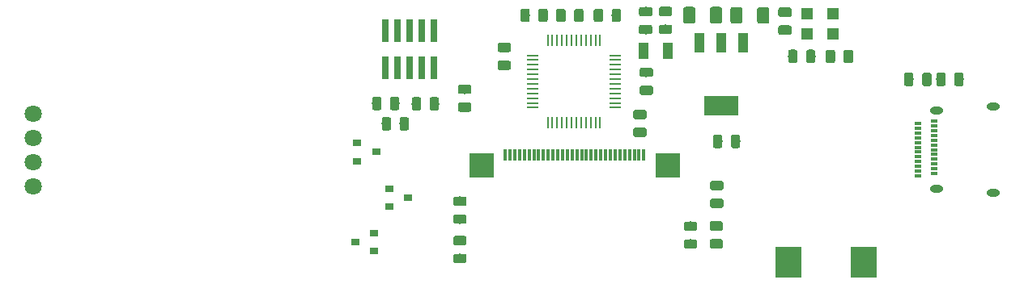
<source format=gbr>
G04 #@! TF.GenerationSoftware,KiCad,Pcbnew,5.0.2-bee76a0~70~ubuntu18.04.1*
G04 #@! TF.CreationDate,2019-11-12T09:59:33+01:00*
G04 #@! TF.ProjectId,RocketPCR,526f636b-6574-4504-9352-2e6b69636164,rev?*
G04 #@! TF.SameCoordinates,Original*
G04 #@! TF.FileFunction,Paste,Bot*
G04 #@! TF.FilePolarity,Positive*
%FSLAX46Y46*%
G04 Gerber Fmt 4.6, Leading zero omitted, Abs format (unit mm)*
G04 Created by KiCad (PCBNEW 5.0.2-bee76a0~70~ubuntu18.04.1) date Di 12 Nov 2019 09:59:33 CET*
%MOMM*%
%LPD*%
G01*
G04 APERTURE LIST*
%ADD10R,0.700000X0.300000*%
%ADD11O,1.400000X0.800000*%
%ADD12R,1.300000X0.250000*%
%ADD13R,0.250000X1.300000*%
%ADD14R,0.300000X1.250000*%
%ADD15R,2.500000X2.500000*%
%ADD16R,1.000000X1.800000*%
%ADD17R,1.198880X1.198880*%
%ADD18R,3.657600X2.032000*%
%ADD19R,1.016000X2.032000*%
%ADD20R,0.740000X2.400000*%
%ADD21R,0.900000X0.800000*%
%ADD22C,0.100000*%
%ADD23C,1.250000*%
%ADD24C,0.975000*%
%ADD25C,1.800000*%
%ADD26R,2.700000X3.200000*%
G04 APERTURE END LIST*
D10*
G04 #@! TO.C,J3*
X177377000Y-96965000D03*
X177377000Y-97465000D03*
X177377000Y-97965000D03*
X177377000Y-98465000D03*
X177377000Y-98965000D03*
X177377000Y-99465000D03*
X177377000Y-99965000D03*
X177377000Y-100465000D03*
X177377000Y-100965000D03*
X177377000Y-101465000D03*
X177377000Y-101965000D03*
D11*
X183537000Y-95475000D03*
X183537000Y-104455000D03*
X177587000Y-104095000D03*
D10*
X177377000Y-102465000D03*
X175677000Y-102215000D03*
X175677000Y-100715000D03*
X175677000Y-101215000D03*
X175677000Y-101715000D03*
X175677000Y-102715000D03*
X175677000Y-100215000D03*
X175677000Y-99715000D03*
X175677000Y-99215000D03*
X175677000Y-98715000D03*
X175677000Y-98215000D03*
X175677000Y-97715000D03*
X175677000Y-97215000D03*
D11*
X177587000Y-95835000D03*
G04 #@! TD*
D12*
G04 #@! TO.C,U2*
X144027000Y-90061000D03*
X144027000Y-90561000D03*
X144027000Y-91061000D03*
X144027000Y-91561000D03*
X144027000Y-92061000D03*
X144027000Y-92561000D03*
X144027000Y-93061000D03*
X144027000Y-93561000D03*
X144027000Y-94061000D03*
X144027000Y-94561000D03*
X144027000Y-95061000D03*
X144027000Y-95561000D03*
D13*
X142427000Y-97161000D03*
X141927000Y-97161000D03*
X141427000Y-97161000D03*
X140927000Y-97161000D03*
X140427000Y-97161000D03*
X139927000Y-97161000D03*
X139427000Y-97161000D03*
X138927000Y-97161000D03*
X138427000Y-97161000D03*
X137927000Y-97161000D03*
X137427000Y-97161000D03*
X136927000Y-97161000D03*
D12*
X135327000Y-95561000D03*
X135327000Y-95061000D03*
X135327000Y-94561000D03*
X135327000Y-94061000D03*
X135327000Y-93561000D03*
X135327000Y-93061000D03*
X135327000Y-92561000D03*
X135327000Y-92061000D03*
X135327000Y-91561000D03*
X135327000Y-91061000D03*
X135327000Y-90561000D03*
X135327000Y-90061000D03*
D13*
X136927000Y-88461000D03*
X137427000Y-88461000D03*
X137927000Y-88461000D03*
X138427000Y-88461000D03*
X138927000Y-88461000D03*
X139427000Y-88461000D03*
X139927000Y-88461000D03*
X140427000Y-88461000D03*
X140927000Y-88461000D03*
X141427000Y-88461000D03*
X141927000Y-88461000D03*
X142427000Y-88461000D03*
G04 #@! TD*
D14*
G04 #@! TO.C,S1*
X146987000Y-100530000D03*
X144987000Y-100530000D03*
X145487000Y-100530000D03*
X146487000Y-100530000D03*
X145987000Y-100530000D03*
X143987000Y-100530000D03*
X144487000Y-100530000D03*
X143487000Y-100530000D03*
X142987000Y-100530000D03*
X139987000Y-100530000D03*
X140487000Y-100530000D03*
X141487000Y-100530000D03*
X140987000Y-100530000D03*
X142487000Y-100530000D03*
X141987000Y-100530000D03*
X134487000Y-100530000D03*
X134987000Y-100530000D03*
X133487000Y-100530000D03*
X133987000Y-100530000D03*
X132987000Y-100530000D03*
X132487000Y-100530000D03*
X135487000Y-100530000D03*
X135987000Y-100530000D03*
X136987000Y-100530000D03*
X136487000Y-100530000D03*
X138487000Y-100530000D03*
X138987000Y-100530000D03*
X137987000Y-100530000D03*
X137487000Y-100530000D03*
D15*
X129987000Y-101630000D03*
X149487000Y-101630000D03*
D14*
X139487000Y-100530000D03*
G04 #@! TD*
D16*
G04 #@! TO.C,Y1*
X149494000Y-89566400D03*
X146994000Y-89566400D03*
G04 #@! TD*
D17*
G04 #@! TO.C,LED2*
X164077000Y-87829040D03*
X164077000Y-85731000D03*
G04 #@! TD*
G04 #@! TO.C,LED1*
X166807000Y-87829040D03*
X166807000Y-85731000D03*
G04 #@! TD*
D18*
G04 #@! TO.C,U1*
X155057000Y-95329000D03*
D19*
X155057000Y-88725000D03*
X157343000Y-88725000D03*
X152771000Y-88725000D03*
G04 #@! TD*
D20*
G04 #@! TO.C,J2*
X125026000Y-91409000D03*
X125026000Y-87509000D03*
X123756000Y-91409000D03*
X123756000Y-87509000D03*
X122486000Y-91409000D03*
X122486000Y-87509000D03*
X121216000Y-91409000D03*
X121216000Y-87509000D03*
X119946000Y-91409000D03*
X119946000Y-87509000D03*
G04 #@! TD*
D21*
G04 #@! TO.C,Q2*
X120343000Y-105950000D03*
X120343000Y-104050000D03*
X122343000Y-105000000D03*
G04 #@! TD*
G04 #@! TO.C,Q1*
X118777600Y-108723000D03*
X118777600Y-110623000D03*
X116777600Y-109673000D03*
G04 #@! TD*
G04 #@! TO.C,Q3*
X117015600Y-101151000D03*
X117015600Y-99251000D03*
X119015600Y-100201000D03*
G04 #@! TD*
D22*
G04 #@! TO.C,C2*
G36*
X159874504Y-85001204D02*
X159898773Y-85004804D01*
X159922571Y-85010765D01*
X159945671Y-85019030D01*
X159967849Y-85029520D01*
X159988893Y-85042133D01*
X160008598Y-85056747D01*
X160026777Y-85073223D01*
X160043253Y-85091402D01*
X160057867Y-85111107D01*
X160070480Y-85132151D01*
X160080970Y-85154329D01*
X160089235Y-85177429D01*
X160095196Y-85201227D01*
X160098796Y-85225496D01*
X160100000Y-85250000D01*
X160100000Y-86500000D01*
X160098796Y-86524504D01*
X160095196Y-86548773D01*
X160089235Y-86572571D01*
X160080970Y-86595671D01*
X160070480Y-86617849D01*
X160057867Y-86638893D01*
X160043253Y-86658598D01*
X160026777Y-86676777D01*
X160008598Y-86693253D01*
X159988893Y-86707867D01*
X159967849Y-86720480D01*
X159945671Y-86730970D01*
X159922571Y-86739235D01*
X159898773Y-86745196D01*
X159874504Y-86748796D01*
X159850000Y-86750000D01*
X159100000Y-86750000D01*
X159075496Y-86748796D01*
X159051227Y-86745196D01*
X159027429Y-86739235D01*
X159004329Y-86730970D01*
X158982151Y-86720480D01*
X158961107Y-86707867D01*
X158941402Y-86693253D01*
X158923223Y-86676777D01*
X158906747Y-86658598D01*
X158892133Y-86638893D01*
X158879520Y-86617849D01*
X158869030Y-86595671D01*
X158860765Y-86572571D01*
X158854804Y-86548773D01*
X158851204Y-86524504D01*
X158850000Y-86500000D01*
X158850000Y-85250000D01*
X158851204Y-85225496D01*
X158854804Y-85201227D01*
X158860765Y-85177429D01*
X158869030Y-85154329D01*
X158879520Y-85132151D01*
X158892133Y-85111107D01*
X158906747Y-85091402D01*
X158923223Y-85073223D01*
X158941402Y-85056747D01*
X158961107Y-85042133D01*
X158982151Y-85029520D01*
X159004329Y-85019030D01*
X159027429Y-85010765D01*
X159051227Y-85004804D01*
X159075496Y-85001204D01*
X159100000Y-85000000D01*
X159850000Y-85000000D01*
X159874504Y-85001204D01*
X159874504Y-85001204D01*
G37*
D23*
X159475000Y-85875000D03*
D22*
G36*
X157074504Y-85001204D02*
X157098773Y-85004804D01*
X157122571Y-85010765D01*
X157145671Y-85019030D01*
X157167849Y-85029520D01*
X157188893Y-85042133D01*
X157208598Y-85056747D01*
X157226777Y-85073223D01*
X157243253Y-85091402D01*
X157257867Y-85111107D01*
X157270480Y-85132151D01*
X157280970Y-85154329D01*
X157289235Y-85177429D01*
X157295196Y-85201227D01*
X157298796Y-85225496D01*
X157300000Y-85250000D01*
X157300000Y-86500000D01*
X157298796Y-86524504D01*
X157295196Y-86548773D01*
X157289235Y-86572571D01*
X157280970Y-86595671D01*
X157270480Y-86617849D01*
X157257867Y-86638893D01*
X157243253Y-86658598D01*
X157226777Y-86676777D01*
X157208598Y-86693253D01*
X157188893Y-86707867D01*
X157167849Y-86720480D01*
X157145671Y-86730970D01*
X157122571Y-86739235D01*
X157098773Y-86745196D01*
X157074504Y-86748796D01*
X157050000Y-86750000D01*
X156300000Y-86750000D01*
X156275496Y-86748796D01*
X156251227Y-86745196D01*
X156227429Y-86739235D01*
X156204329Y-86730970D01*
X156182151Y-86720480D01*
X156161107Y-86707867D01*
X156141402Y-86693253D01*
X156123223Y-86676777D01*
X156106747Y-86658598D01*
X156092133Y-86638893D01*
X156079520Y-86617849D01*
X156069030Y-86595671D01*
X156060765Y-86572571D01*
X156054804Y-86548773D01*
X156051204Y-86524504D01*
X156050000Y-86500000D01*
X156050000Y-85250000D01*
X156051204Y-85225496D01*
X156054804Y-85201227D01*
X156060765Y-85177429D01*
X156069030Y-85154329D01*
X156079520Y-85132151D01*
X156092133Y-85111107D01*
X156106747Y-85091402D01*
X156123223Y-85073223D01*
X156141402Y-85056747D01*
X156161107Y-85042133D01*
X156182151Y-85029520D01*
X156204329Y-85019030D01*
X156227429Y-85010765D01*
X156251227Y-85004804D01*
X156275496Y-85001204D01*
X156300000Y-85000000D01*
X157050000Y-85000000D01*
X157074504Y-85001204D01*
X157074504Y-85001204D01*
G37*
D23*
X156675000Y-85875000D03*
G04 #@! TD*
D22*
G04 #@! TO.C,C4*
G36*
X162230142Y-86926174D02*
X162253803Y-86929684D01*
X162277007Y-86935496D01*
X162299529Y-86943554D01*
X162321153Y-86953782D01*
X162341670Y-86966079D01*
X162360883Y-86980329D01*
X162378607Y-86996393D01*
X162394671Y-87014117D01*
X162408921Y-87033330D01*
X162421218Y-87053847D01*
X162431446Y-87075471D01*
X162439504Y-87097993D01*
X162445316Y-87121197D01*
X162448826Y-87144858D01*
X162450000Y-87168750D01*
X162450000Y-87656250D01*
X162448826Y-87680142D01*
X162445316Y-87703803D01*
X162439504Y-87727007D01*
X162431446Y-87749529D01*
X162421218Y-87771153D01*
X162408921Y-87791670D01*
X162394671Y-87810883D01*
X162378607Y-87828607D01*
X162360883Y-87844671D01*
X162341670Y-87858921D01*
X162321153Y-87871218D01*
X162299529Y-87881446D01*
X162277007Y-87889504D01*
X162253803Y-87895316D01*
X162230142Y-87898826D01*
X162206250Y-87900000D01*
X161293750Y-87900000D01*
X161269858Y-87898826D01*
X161246197Y-87895316D01*
X161222993Y-87889504D01*
X161200471Y-87881446D01*
X161178847Y-87871218D01*
X161158330Y-87858921D01*
X161139117Y-87844671D01*
X161121393Y-87828607D01*
X161105329Y-87810883D01*
X161091079Y-87791670D01*
X161078782Y-87771153D01*
X161068554Y-87749529D01*
X161060496Y-87727007D01*
X161054684Y-87703803D01*
X161051174Y-87680142D01*
X161050000Y-87656250D01*
X161050000Y-87168750D01*
X161051174Y-87144858D01*
X161054684Y-87121197D01*
X161060496Y-87097993D01*
X161068554Y-87075471D01*
X161078782Y-87053847D01*
X161091079Y-87033330D01*
X161105329Y-87014117D01*
X161121393Y-86996393D01*
X161139117Y-86980329D01*
X161158330Y-86966079D01*
X161178847Y-86953782D01*
X161200471Y-86943554D01*
X161222993Y-86935496D01*
X161246197Y-86929684D01*
X161269858Y-86926174D01*
X161293750Y-86925000D01*
X162206250Y-86925000D01*
X162230142Y-86926174D01*
X162230142Y-86926174D01*
G37*
D24*
X161750000Y-87412500D03*
D22*
G36*
X162230142Y-85051174D02*
X162253803Y-85054684D01*
X162277007Y-85060496D01*
X162299529Y-85068554D01*
X162321153Y-85078782D01*
X162341670Y-85091079D01*
X162360883Y-85105329D01*
X162378607Y-85121393D01*
X162394671Y-85139117D01*
X162408921Y-85158330D01*
X162421218Y-85178847D01*
X162431446Y-85200471D01*
X162439504Y-85222993D01*
X162445316Y-85246197D01*
X162448826Y-85269858D01*
X162450000Y-85293750D01*
X162450000Y-85781250D01*
X162448826Y-85805142D01*
X162445316Y-85828803D01*
X162439504Y-85852007D01*
X162431446Y-85874529D01*
X162421218Y-85896153D01*
X162408921Y-85916670D01*
X162394671Y-85935883D01*
X162378607Y-85953607D01*
X162360883Y-85969671D01*
X162341670Y-85983921D01*
X162321153Y-85996218D01*
X162299529Y-86006446D01*
X162277007Y-86014504D01*
X162253803Y-86020316D01*
X162230142Y-86023826D01*
X162206250Y-86025000D01*
X161293750Y-86025000D01*
X161269858Y-86023826D01*
X161246197Y-86020316D01*
X161222993Y-86014504D01*
X161200471Y-86006446D01*
X161178847Y-85996218D01*
X161158330Y-85983921D01*
X161139117Y-85969671D01*
X161121393Y-85953607D01*
X161105329Y-85935883D01*
X161091079Y-85916670D01*
X161078782Y-85896153D01*
X161068554Y-85874529D01*
X161060496Y-85852007D01*
X161054684Y-85828803D01*
X161051174Y-85805142D01*
X161050000Y-85781250D01*
X161050000Y-85293750D01*
X161051174Y-85269858D01*
X161054684Y-85246197D01*
X161060496Y-85222993D01*
X161068554Y-85200471D01*
X161078782Y-85178847D01*
X161091079Y-85158330D01*
X161105329Y-85139117D01*
X161121393Y-85121393D01*
X161139117Y-85105329D01*
X161158330Y-85091079D01*
X161178847Y-85078782D01*
X161200471Y-85068554D01*
X161222993Y-85060496D01*
X161246197Y-85054684D01*
X161269858Y-85051174D01*
X161293750Y-85050000D01*
X162206250Y-85050000D01*
X162230142Y-85051174D01*
X162230142Y-85051174D01*
G37*
D24*
X161750000Y-85537500D03*
G04 #@! TD*
D22*
G04 #@! TO.C,C6*
G36*
X156848142Y-98399174D02*
X156871803Y-98402684D01*
X156895007Y-98408496D01*
X156917529Y-98416554D01*
X156939153Y-98426782D01*
X156959670Y-98439079D01*
X156978883Y-98453329D01*
X156996607Y-98469393D01*
X157012671Y-98487117D01*
X157026921Y-98506330D01*
X157039218Y-98526847D01*
X157049446Y-98548471D01*
X157057504Y-98570993D01*
X157063316Y-98594197D01*
X157066826Y-98617858D01*
X157068000Y-98641750D01*
X157068000Y-99554250D01*
X157066826Y-99578142D01*
X157063316Y-99601803D01*
X157057504Y-99625007D01*
X157049446Y-99647529D01*
X157039218Y-99669153D01*
X157026921Y-99689670D01*
X157012671Y-99708883D01*
X156996607Y-99726607D01*
X156978883Y-99742671D01*
X156959670Y-99756921D01*
X156939153Y-99769218D01*
X156917529Y-99779446D01*
X156895007Y-99787504D01*
X156871803Y-99793316D01*
X156848142Y-99796826D01*
X156824250Y-99798000D01*
X156336750Y-99798000D01*
X156312858Y-99796826D01*
X156289197Y-99793316D01*
X156265993Y-99787504D01*
X156243471Y-99779446D01*
X156221847Y-99769218D01*
X156201330Y-99756921D01*
X156182117Y-99742671D01*
X156164393Y-99726607D01*
X156148329Y-99708883D01*
X156134079Y-99689670D01*
X156121782Y-99669153D01*
X156111554Y-99647529D01*
X156103496Y-99625007D01*
X156097684Y-99601803D01*
X156094174Y-99578142D01*
X156093000Y-99554250D01*
X156093000Y-98641750D01*
X156094174Y-98617858D01*
X156097684Y-98594197D01*
X156103496Y-98570993D01*
X156111554Y-98548471D01*
X156121782Y-98526847D01*
X156134079Y-98506330D01*
X156148329Y-98487117D01*
X156164393Y-98469393D01*
X156182117Y-98453329D01*
X156201330Y-98439079D01*
X156221847Y-98426782D01*
X156243471Y-98416554D01*
X156265993Y-98408496D01*
X156289197Y-98402684D01*
X156312858Y-98399174D01*
X156336750Y-98398000D01*
X156824250Y-98398000D01*
X156848142Y-98399174D01*
X156848142Y-98399174D01*
G37*
D24*
X156580500Y-99098000D03*
D22*
G36*
X154973142Y-98399174D02*
X154996803Y-98402684D01*
X155020007Y-98408496D01*
X155042529Y-98416554D01*
X155064153Y-98426782D01*
X155084670Y-98439079D01*
X155103883Y-98453329D01*
X155121607Y-98469393D01*
X155137671Y-98487117D01*
X155151921Y-98506330D01*
X155164218Y-98526847D01*
X155174446Y-98548471D01*
X155182504Y-98570993D01*
X155188316Y-98594197D01*
X155191826Y-98617858D01*
X155193000Y-98641750D01*
X155193000Y-99554250D01*
X155191826Y-99578142D01*
X155188316Y-99601803D01*
X155182504Y-99625007D01*
X155174446Y-99647529D01*
X155164218Y-99669153D01*
X155151921Y-99689670D01*
X155137671Y-99708883D01*
X155121607Y-99726607D01*
X155103883Y-99742671D01*
X155084670Y-99756921D01*
X155064153Y-99769218D01*
X155042529Y-99779446D01*
X155020007Y-99787504D01*
X154996803Y-99793316D01*
X154973142Y-99796826D01*
X154949250Y-99798000D01*
X154461750Y-99798000D01*
X154437858Y-99796826D01*
X154414197Y-99793316D01*
X154390993Y-99787504D01*
X154368471Y-99779446D01*
X154346847Y-99769218D01*
X154326330Y-99756921D01*
X154307117Y-99742671D01*
X154289393Y-99726607D01*
X154273329Y-99708883D01*
X154259079Y-99689670D01*
X154246782Y-99669153D01*
X154236554Y-99647529D01*
X154228496Y-99625007D01*
X154222684Y-99601803D01*
X154219174Y-99578142D01*
X154218000Y-99554250D01*
X154218000Y-98641750D01*
X154219174Y-98617858D01*
X154222684Y-98594197D01*
X154228496Y-98570993D01*
X154236554Y-98548471D01*
X154246782Y-98526847D01*
X154259079Y-98506330D01*
X154273329Y-98487117D01*
X154289393Y-98469393D01*
X154307117Y-98453329D01*
X154326330Y-98439079D01*
X154346847Y-98426782D01*
X154368471Y-98416554D01*
X154390993Y-98408496D01*
X154414197Y-98402684D01*
X154437858Y-98399174D01*
X154461750Y-98398000D01*
X154949250Y-98398000D01*
X154973142Y-98399174D01*
X154973142Y-98399174D01*
G37*
D24*
X154705500Y-99098000D03*
G04 #@! TD*
D22*
G04 #@! TO.C,R4*
G36*
X121198142Y-94425174D02*
X121221803Y-94428684D01*
X121245007Y-94434496D01*
X121267529Y-94442554D01*
X121289153Y-94452782D01*
X121309670Y-94465079D01*
X121328883Y-94479329D01*
X121346607Y-94495393D01*
X121362671Y-94513117D01*
X121376921Y-94532330D01*
X121389218Y-94552847D01*
X121399446Y-94574471D01*
X121407504Y-94596993D01*
X121413316Y-94620197D01*
X121416826Y-94643858D01*
X121418000Y-94667750D01*
X121418000Y-95580250D01*
X121416826Y-95604142D01*
X121413316Y-95627803D01*
X121407504Y-95651007D01*
X121399446Y-95673529D01*
X121389218Y-95695153D01*
X121376921Y-95715670D01*
X121362671Y-95734883D01*
X121346607Y-95752607D01*
X121328883Y-95768671D01*
X121309670Y-95782921D01*
X121289153Y-95795218D01*
X121267529Y-95805446D01*
X121245007Y-95813504D01*
X121221803Y-95819316D01*
X121198142Y-95822826D01*
X121174250Y-95824000D01*
X120686750Y-95824000D01*
X120662858Y-95822826D01*
X120639197Y-95819316D01*
X120615993Y-95813504D01*
X120593471Y-95805446D01*
X120571847Y-95795218D01*
X120551330Y-95782921D01*
X120532117Y-95768671D01*
X120514393Y-95752607D01*
X120498329Y-95734883D01*
X120484079Y-95715670D01*
X120471782Y-95695153D01*
X120461554Y-95673529D01*
X120453496Y-95651007D01*
X120447684Y-95627803D01*
X120444174Y-95604142D01*
X120443000Y-95580250D01*
X120443000Y-94667750D01*
X120444174Y-94643858D01*
X120447684Y-94620197D01*
X120453496Y-94596993D01*
X120461554Y-94574471D01*
X120471782Y-94552847D01*
X120484079Y-94532330D01*
X120498329Y-94513117D01*
X120514393Y-94495393D01*
X120532117Y-94479329D01*
X120551330Y-94465079D01*
X120571847Y-94452782D01*
X120593471Y-94442554D01*
X120615993Y-94434496D01*
X120639197Y-94428684D01*
X120662858Y-94425174D01*
X120686750Y-94424000D01*
X121174250Y-94424000D01*
X121198142Y-94425174D01*
X121198142Y-94425174D01*
G37*
D24*
X120930500Y-95124000D03*
D22*
G36*
X119323142Y-94425174D02*
X119346803Y-94428684D01*
X119370007Y-94434496D01*
X119392529Y-94442554D01*
X119414153Y-94452782D01*
X119434670Y-94465079D01*
X119453883Y-94479329D01*
X119471607Y-94495393D01*
X119487671Y-94513117D01*
X119501921Y-94532330D01*
X119514218Y-94552847D01*
X119524446Y-94574471D01*
X119532504Y-94596993D01*
X119538316Y-94620197D01*
X119541826Y-94643858D01*
X119543000Y-94667750D01*
X119543000Y-95580250D01*
X119541826Y-95604142D01*
X119538316Y-95627803D01*
X119532504Y-95651007D01*
X119524446Y-95673529D01*
X119514218Y-95695153D01*
X119501921Y-95715670D01*
X119487671Y-95734883D01*
X119471607Y-95752607D01*
X119453883Y-95768671D01*
X119434670Y-95782921D01*
X119414153Y-95795218D01*
X119392529Y-95805446D01*
X119370007Y-95813504D01*
X119346803Y-95819316D01*
X119323142Y-95822826D01*
X119299250Y-95824000D01*
X118811750Y-95824000D01*
X118787858Y-95822826D01*
X118764197Y-95819316D01*
X118740993Y-95813504D01*
X118718471Y-95805446D01*
X118696847Y-95795218D01*
X118676330Y-95782921D01*
X118657117Y-95768671D01*
X118639393Y-95752607D01*
X118623329Y-95734883D01*
X118609079Y-95715670D01*
X118596782Y-95695153D01*
X118586554Y-95673529D01*
X118578496Y-95651007D01*
X118572684Y-95627803D01*
X118569174Y-95604142D01*
X118568000Y-95580250D01*
X118568000Y-94667750D01*
X118569174Y-94643858D01*
X118572684Y-94620197D01*
X118578496Y-94596993D01*
X118586554Y-94574471D01*
X118596782Y-94552847D01*
X118609079Y-94532330D01*
X118623329Y-94513117D01*
X118639393Y-94495393D01*
X118657117Y-94479329D01*
X118676330Y-94465079D01*
X118696847Y-94452782D01*
X118718471Y-94442554D01*
X118740993Y-94434496D01*
X118764197Y-94428684D01*
X118787858Y-94425174D01*
X118811750Y-94424000D01*
X119299250Y-94424000D01*
X119323142Y-94425174D01*
X119323142Y-94425174D01*
G37*
D24*
X119055500Y-95124000D03*
G04 #@! TD*
D22*
G04 #@! TO.C,C1*
G36*
X138580142Y-85184574D02*
X138603803Y-85188084D01*
X138627007Y-85193896D01*
X138649529Y-85201954D01*
X138671153Y-85212182D01*
X138691670Y-85224479D01*
X138710883Y-85238729D01*
X138728607Y-85254793D01*
X138744671Y-85272517D01*
X138758921Y-85291730D01*
X138771218Y-85312247D01*
X138781446Y-85333871D01*
X138789504Y-85356393D01*
X138795316Y-85379597D01*
X138798826Y-85403258D01*
X138800000Y-85427150D01*
X138800000Y-86339650D01*
X138798826Y-86363542D01*
X138795316Y-86387203D01*
X138789504Y-86410407D01*
X138781446Y-86432929D01*
X138771218Y-86454553D01*
X138758921Y-86475070D01*
X138744671Y-86494283D01*
X138728607Y-86512007D01*
X138710883Y-86528071D01*
X138691670Y-86542321D01*
X138671153Y-86554618D01*
X138649529Y-86564846D01*
X138627007Y-86572904D01*
X138603803Y-86578716D01*
X138580142Y-86582226D01*
X138556250Y-86583400D01*
X138068750Y-86583400D01*
X138044858Y-86582226D01*
X138021197Y-86578716D01*
X137997993Y-86572904D01*
X137975471Y-86564846D01*
X137953847Y-86554618D01*
X137933330Y-86542321D01*
X137914117Y-86528071D01*
X137896393Y-86512007D01*
X137880329Y-86494283D01*
X137866079Y-86475070D01*
X137853782Y-86454553D01*
X137843554Y-86432929D01*
X137835496Y-86410407D01*
X137829684Y-86387203D01*
X137826174Y-86363542D01*
X137825000Y-86339650D01*
X137825000Y-85427150D01*
X137826174Y-85403258D01*
X137829684Y-85379597D01*
X137835496Y-85356393D01*
X137843554Y-85333871D01*
X137853782Y-85312247D01*
X137866079Y-85291730D01*
X137880329Y-85272517D01*
X137896393Y-85254793D01*
X137914117Y-85238729D01*
X137933330Y-85224479D01*
X137953847Y-85212182D01*
X137975471Y-85201954D01*
X137997993Y-85193896D01*
X138021197Y-85188084D01*
X138044858Y-85184574D01*
X138068750Y-85183400D01*
X138556250Y-85183400D01*
X138580142Y-85184574D01*
X138580142Y-85184574D01*
G37*
D24*
X138312500Y-85883400D03*
D22*
G36*
X140455142Y-85184574D02*
X140478803Y-85188084D01*
X140502007Y-85193896D01*
X140524529Y-85201954D01*
X140546153Y-85212182D01*
X140566670Y-85224479D01*
X140585883Y-85238729D01*
X140603607Y-85254793D01*
X140619671Y-85272517D01*
X140633921Y-85291730D01*
X140646218Y-85312247D01*
X140656446Y-85333871D01*
X140664504Y-85356393D01*
X140670316Y-85379597D01*
X140673826Y-85403258D01*
X140675000Y-85427150D01*
X140675000Y-86339650D01*
X140673826Y-86363542D01*
X140670316Y-86387203D01*
X140664504Y-86410407D01*
X140656446Y-86432929D01*
X140646218Y-86454553D01*
X140633921Y-86475070D01*
X140619671Y-86494283D01*
X140603607Y-86512007D01*
X140585883Y-86528071D01*
X140566670Y-86542321D01*
X140546153Y-86554618D01*
X140524529Y-86564846D01*
X140502007Y-86572904D01*
X140478803Y-86578716D01*
X140455142Y-86582226D01*
X140431250Y-86583400D01*
X139943750Y-86583400D01*
X139919858Y-86582226D01*
X139896197Y-86578716D01*
X139872993Y-86572904D01*
X139850471Y-86564846D01*
X139828847Y-86554618D01*
X139808330Y-86542321D01*
X139789117Y-86528071D01*
X139771393Y-86512007D01*
X139755329Y-86494283D01*
X139741079Y-86475070D01*
X139728782Y-86454553D01*
X139718554Y-86432929D01*
X139710496Y-86410407D01*
X139704684Y-86387203D01*
X139701174Y-86363542D01*
X139700000Y-86339650D01*
X139700000Y-85427150D01*
X139701174Y-85403258D01*
X139704684Y-85379597D01*
X139710496Y-85356393D01*
X139718554Y-85333871D01*
X139728782Y-85312247D01*
X139741079Y-85291730D01*
X139755329Y-85272517D01*
X139771393Y-85254793D01*
X139789117Y-85238729D01*
X139808330Y-85224479D01*
X139828847Y-85212182D01*
X139850471Y-85201954D01*
X139872993Y-85193896D01*
X139896197Y-85188084D01*
X139919858Y-85184574D01*
X139943750Y-85183400D01*
X140431250Y-85183400D01*
X140455142Y-85184574D01*
X140455142Y-85184574D01*
G37*
D24*
X140187500Y-85883400D03*
G04 #@! TD*
D22*
G04 #@! TO.C,C5*
G36*
X154936504Y-84976204D02*
X154960773Y-84979804D01*
X154984571Y-84985765D01*
X155007671Y-84994030D01*
X155029849Y-85004520D01*
X155050893Y-85017133D01*
X155070598Y-85031747D01*
X155088777Y-85048223D01*
X155105253Y-85066402D01*
X155119867Y-85086107D01*
X155132480Y-85107151D01*
X155142970Y-85129329D01*
X155151235Y-85152429D01*
X155157196Y-85176227D01*
X155160796Y-85200496D01*
X155162000Y-85225000D01*
X155162000Y-86475000D01*
X155160796Y-86499504D01*
X155157196Y-86523773D01*
X155151235Y-86547571D01*
X155142970Y-86570671D01*
X155132480Y-86592849D01*
X155119867Y-86613893D01*
X155105253Y-86633598D01*
X155088777Y-86651777D01*
X155070598Y-86668253D01*
X155050893Y-86682867D01*
X155029849Y-86695480D01*
X155007671Y-86705970D01*
X154984571Y-86714235D01*
X154960773Y-86720196D01*
X154936504Y-86723796D01*
X154912000Y-86725000D01*
X154162000Y-86725000D01*
X154137496Y-86723796D01*
X154113227Y-86720196D01*
X154089429Y-86714235D01*
X154066329Y-86705970D01*
X154044151Y-86695480D01*
X154023107Y-86682867D01*
X154003402Y-86668253D01*
X153985223Y-86651777D01*
X153968747Y-86633598D01*
X153954133Y-86613893D01*
X153941520Y-86592849D01*
X153931030Y-86570671D01*
X153922765Y-86547571D01*
X153916804Y-86523773D01*
X153913204Y-86499504D01*
X153912000Y-86475000D01*
X153912000Y-85225000D01*
X153913204Y-85200496D01*
X153916804Y-85176227D01*
X153922765Y-85152429D01*
X153931030Y-85129329D01*
X153941520Y-85107151D01*
X153954133Y-85086107D01*
X153968747Y-85066402D01*
X153985223Y-85048223D01*
X154003402Y-85031747D01*
X154023107Y-85017133D01*
X154044151Y-85004520D01*
X154066329Y-84994030D01*
X154089429Y-84985765D01*
X154113227Y-84979804D01*
X154137496Y-84976204D01*
X154162000Y-84975000D01*
X154912000Y-84975000D01*
X154936504Y-84976204D01*
X154936504Y-84976204D01*
G37*
D23*
X154537000Y-85850000D03*
D22*
G36*
X152136504Y-84976204D02*
X152160773Y-84979804D01*
X152184571Y-84985765D01*
X152207671Y-84994030D01*
X152229849Y-85004520D01*
X152250893Y-85017133D01*
X152270598Y-85031747D01*
X152288777Y-85048223D01*
X152305253Y-85066402D01*
X152319867Y-85086107D01*
X152332480Y-85107151D01*
X152342970Y-85129329D01*
X152351235Y-85152429D01*
X152357196Y-85176227D01*
X152360796Y-85200496D01*
X152362000Y-85225000D01*
X152362000Y-86475000D01*
X152360796Y-86499504D01*
X152357196Y-86523773D01*
X152351235Y-86547571D01*
X152342970Y-86570671D01*
X152332480Y-86592849D01*
X152319867Y-86613893D01*
X152305253Y-86633598D01*
X152288777Y-86651777D01*
X152270598Y-86668253D01*
X152250893Y-86682867D01*
X152229849Y-86695480D01*
X152207671Y-86705970D01*
X152184571Y-86714235D01*
X152160773Y-86720196D01*
X152136504Y-86723796D01*
X152112000Y-86725000D01*
X151362000Y-86725000D01*
X151337496Y-86723796D01*
X151313227Y-86720196D01*
X151289429Y-86714235D01*
X151266329Y-86705970D01*
X151244151Y-86695480D01*
X151223107Y-86682867D01*
X151203402Y-86668253D01*
X151185223Y-86651777D01*
X151168747Y-86633598D01*
X151154133Y-86613893D01*
X151141520Y-86592849D01*
X151131030Y-86570671D01*
X151122765Y-86547571D01*
X151116804Y-86523773D01*
X151113204Y-86499504D01*
X151112000Y-86475000D01*
X151112000Y-85225000D01*
X151113204Y-85200496D01*
X151116804Y-85176227D01*
X151122765Y-85152429D01*
X151131030Y-85129329D01*
X151141520Y-85107151D01*
X151154133Y-85086107D01*
X151168747Y-85066402D01*
X151185223Y-85048223D01*
X151203402Y-85031747D01*
X151223107Y-85017133D01*
X151244151Y-85004520D01*
X151266329Y-84994030D01*
X151289429Y-84985765D01*
X151313227Y-84979804D01*
X151337496Y-84976204D01*
X151362000Y-84975000D01*
X152112000Y-84975000D01*
X152136504Y-84976204D01*
X152136504Y-84976204D01*
G37*
D23*
X151737000Y-85850000D03*
G04 #@! TD*
D22*
G04 #@! TO.C,C7*
G36*
X142501142Y-85184574D02*
X142524803Y-85188084D01*
X142548007Y-85193896D01*
X142570529Y-85201954D01*
X142592153Y-85212182D01*
X142612670Y-85224479D01*
X142631883Y-85238729D01*
X142649607Y-85254793D01*
X142665671Y-85272517D01*
X142679921Y-85291730D01*
X142692218Y-85312247D01*
X142702446Y-85333871D01*
X142710504Y-85356393D01*
X142716316Y-85379597D01*
X142719826Y-85403258D01*
X142721000Y-85427150D01*
X142721000Y-86339650D01*
X142719826Y-86363542D01*
X142716316Y-86387203D01*
X142710504Y-86410407D01*
X142702446Y-86432929D01*
X142692218Y-86454553D01*
X142679921Y-86475070D01*
X142665671Y-86494283D01*
X142649607Y-86512007D01*
X142631883Y-86528071D01*
X142612670Y-86542321D01*
X142592153Y-86554618D01*
X142570529Y-86564846D01*
X142548007Y-86572904D01*
X142524803Y-86578716D01*
X142501142Y-86582226D01*
X142477250Y-86583400D01*
X141989750Y-86583400D01*
X141965858Y-86582226D01*
X141942197Y-86578716D01*
X141918993Y-86572904D01*
X141896471Y-86564846D01*
X141874847Y-86554618D01*
X141854330Y-86542321D01*
X141835117Y-86528071D01*
X141817393Y-86512007D01*
X141801329Y-86494283D01*
X141787079Y-86475070D01*
X141774782Y-86454553D01*
X141764554Y-86432929D01*
X141756496Y-86410407D01*
X141750684Y-86387203D01*
X141747174Y-86363542D01*
X141746000Y-86339650D01*
X141746000Y-85427150D01*
X141747174Y-85403258D01*
X141750684Y-85379597D01*
X141756496Y-85356393D01*
X141764554Y-85333871D01*
X141774782Y-85312247D01*
X141787079Y-85291730D01*
X141801329Y-85272517D01*
X141817393Y-85254793D01*
X141835117Y-85238729D01*
X141854330Y-85224479D01*
X141874847Y-85212182D01*
X141896471Y-85201954D01*
X141918993Y-85193896D01*
X141942197Y-85188084D01*
X141965858Y-85184574D01*
X141989750Y-85183400D01*
X142477250Y-85183400D01*
X142501142Y-85184574D01*
X142501142Y-85184574D01*
G37*
D24*
X142233500Y-85883400D03*
D22*
G36*
X144376142Y-85184574D02*
X144399803Y-85188084D01*
X144423007Y-85193896D01*
X144445529Y-85201954D01*
X144467153Y-85212182D01*
X144487670Y-85224479D01*
X144506883Y-85238729D01*
X144524607Y-85254793D01*
X144540671Y-85272517D01*
X144554921Y-85291730D01*
X144567218Y-85312247D01*
X144577446Y-85333871D01*
X144585504Y-85356393D01*
X144591316Y-85379597D01*
X144594826Y-85403258D01*
X144596000Y-85427150D01*
X144596000Y-86339650D01*
X144594826Y-86363542D01*
X144591316Y-86387203D01*
X144585504Y-86410407D01*
X144577446Y-86432929D01*
X144567218Y-86454553D01*
X144554921Y-86475070D01*
X144540671Y-86494283D01*
X144524607Y-86512007D01*
X144506883Y-86528071D01*
X144487670Y-86542321D01*
X144467153Y-86554618D01*
X144445529Y-86564846D01*
X144423007Y-86572904D01*
X144399803Y-86578716D01*
X144376142Y-86582226D01*
X144352250Y-86583400D01*
X143864750Y-86583400D01*
X143840858Y-86582226D01*
X143817197Y-86578716D01*
X143793993Y-86572904D01*
X143771471Y-86564846D01*
X143749847Y-86554618D01*
X143729330Y-86542321D01*
X143710117Y-86528071D01*
X143692393Y-86512007D01*
X143676329Y-86494283D01*
X143662079Y-86475070D01*
X143649782Y-86454553D01*
X143639554Y-86432929D01*
X143631496Y-86410407D01*
X143625684Y-86387203D01*
X143622174Y-86363542D01*
X143621000Y-86339650D01*
X143621000Y-85427150D01*
X143622174Y-85403258D01*
X143625684Y-85379597D01*
X143631496Y-85356393D01*
X143639554Y-85333871D01*
X143649782Y-85312247D01*
X143662079Y-85291730D01*
X143676329Y-85272517D01*
X143692393Y-85254793D01*
X143710117Y-85238729D01*
X143729330Y-85224479D01*
X143749847Y-85212182D01*
X143771471Y-85201954D01*
X143793993Y-85193896D01*
X143817197Y-85188084D01*
X143840858Y-85184574D01*
X143864750Y-85183400D01*
X144352250Y-85183400D01*
X144376142Y-85184574D01*
X144376142Y-85184574D01*
G37*
D24*
X144108500Y-85883400D03*
G04 #@! TD*
D22*
G04 #@! TO.C,C8*
G36*
X132872142Y-88752174D02*
X132895803Y-88755684D01*
X132919007Y-88761496D01*
X132941529Y-88769554D01*
X132963153Y-88779782D01*
X132983670Y-88792079D01*
X133002883Y-88806329D01*
X133020607Y-88822393D01*
X133036671Y-88840117D01*
X133050921Y-88859330D01*
X133063218Y-88879847D01*
X133073446Y-88901471D01*
X133081504Y-88923993D01*
X133087316Y-88947197D01*
X133090826Y-88970858D01*
X133092000Y-88994750D01*
X133092000Y-89482250D01*
X133090826Y-89506142D01*
X133087316Y-89529803D01*
X133081504Y-89553007D01*
X133073446Y-89575529D01*
X133063218Y-89597153D01*
X133050921Y-89617670D01*
X133036671Y-89636883D01*
X133020607Y-89654607D01*
X133002883Y-89670671D01*
X132983670Y-89684921D01*
X132963153Y-89697218D01*
X132941529Y-89707446D01*
X132919007Y-89715504D01*
X132895803Y-89721316D01*
X132872142Y-89724826D01*
X132848250Y-89726000D01*
X131935750Y-89726000D01*
X131911858Y-89724826D01*
X131888197Y-89721316D01*
X131864993Y-89715504D01*
X131842471Y-89707446D01*
X131820847Y-89697218D01*
X131800330Y-89684921D01*
X131781117Y-89670671D01*
X131763393Y-89654607D01*
X131747329Y-89636883D01*
X131733079Y-89617670D01*
X131720782Y-89597153D01*
X131710554Y-89575529D01*
X131702496Y-89553007D01*
X131696684Y-89529803D01*
X131693174Y-89506142D01*
X131692000Y-89482250D01*
X131692000Y-88994750D01*
X131693174Y-88970858D01*
X131696684Y-88947197D01*
X131702496Y-88923993D01*
X131710554Y-88901471D01*
X131720782Y-88879847D01*
X131733079Y-88859330D01*
X131747329Y-88840117D01*
X131763393Y-88822393D01*
X131781117Y-88806329D01*
X131800330Y-88792079D01*
X131820847Y-88779782D01*
X131842471Y-88769554D01*
X131864993Y-88761496D01*
X131888197Y-88755684D01*
X131911858Y-88752174D01*
X131935750Y-88751000D01*
X132848250Y-88751000D01*
X132872142Y-88752174D01*
X132872142Y-88752174D01*
G37*
D24*
X132392000Y-89238500D03*
D22*
G36*
X132872142Y-90627174D02*
X132895803Y-90630684D01*
X132919007Y-90636496D01*
X132941529Y-90644554D01*
X132963153Y-90654782D01*
X132983670Y-90667079D01*
X133002883Y-90681329D01*
X133020607Y-90697393D01*
X133036671Y-90715117D01*
X133050921Y-90734330D01*
X133063218Y-90754847D01*
X133073446Y-90776471D01*
X133081504Y-90798993D01*
X133087316Y-90822197D01*
X133090826Y-90845858D01*
X133092000Y-90869750D01*
X133092000Y-91357250D01*
X133090826Y-91381142D01*
X133087316Y-91404803D01*
X133081504Y-91428007D01*
X133073446Y-91450529D01*
X133063218Y-91472153D01*
X133050921Y-91492670D01*
X133036671Y-91511883D01*
X133020607Y-91529607D01*
X133002883Y-91545671D01*
X132983670Y-91559921D01*
X132963153Y-91572218D01*
X132941529Y-91582446D01*
X132919007Y-91590504D01*
X132895803Y-91596316D01*
X132872142Y-91599826D01*
X132848250Y-91601000D01*
X131935750Y-91601000D01*
X131911858Y-91599826D01*
X131888197Y-91596316D01*
X131864993Y-91590504D01*
X131842471Y-91582446D01*
X131820847Y-91572218D01*
X131800330Y-91559921D01*
X131781117Y-91545671D01*
X131763393Y-91529607D01*
X131747329Y-91511883D01*
X131733079Y-91492670D01*
X131720782Y-91472153D01*
X131710554Y-91450529D01*
X131702496Y-91428007D01*
X131696684Y-91404803D01*
X131693174Y-91381142D01*
X131692000Y-91357250D01*
X131692000Y-90869750D01*
X131693174Y-90845858D01*
X131696684Y-90822197D01*
X131702496Y-90798993D01*
X131710554Y-90776471D01*
X131720782Y-90754847D01*
X131733079Y-90734330D01*
X131747329Y-90715117D01*
X131763393Y-90697393D01*
X131781117Y-90681329D01*
X131800330Y-90667079D01*
X131820847Y-90654782D01*
X131842471Y-90644554D01*
X131864993Y-90636496D01*
X131888197Y-90630684D01*
X131911858Y-90627174D01*
X131935750Y-90626000D01*
X132848250Y-90626000D01*
X132872142Y-90627174D01*
X132872142Y-90627174D01*
G37*
D24*
X132392000Y-91113500D03*
G04 #@! TD*
D22*
G04 #@! TO.C,C9*
G36*
X147057142Y-95791174D02*
X147080803Y-95794684D01*
X147104007Y-95800496D01*
X147126529Y-95808554D01*
X147148153Y-95818782D01*
X147168670Y-95831079D01*
X147187883Y-95845329D01*
X147205607Y-95861393D01*
X147221671Y-95879117D01*
X147235921Y-95898330D01*
X147248218Y-95918847D01*
X147258446Y-95940471D01*
X147266504Y-95962993D01*
X147272316Y-95986197D01*
X147275826Y-96009858D01*
X147277000Y-96033750D01*
X147277000Y-96521250D01*
X147275826Y-96545142D01*
X147272316Y-96568803D01*
X147266504Y-96592007D01*
X147258446Y-96614529D01*
X147248218Y-96636153D01*
X147235921Y-96656670D01*
X147221671Y-96675883D01*
X147205607Y-96693607D01*
X147187883Y-96709671D01*
X147168670Y-96723921D01*
X147148153Y-96736218D01*
X147126529Y-96746446D01*
X147104007Y-96754504D01*
X147080803Y-96760316D01*
X147057142Y-96763826D01*
X147033250Y-96765000D01*
X146120750Y-96765000D01*
X146096858Y-96763826D01*
X146073197Y-96760316D01*
X146049993Y-96754504D01*
X146027471Y-96746446D01*
X146005847Y-96736218D01*
X145985330Y-96723921D01*
X145966117Y-96709671D01*
X145948393Y-96693607D01*
X145932329Y-96675883D01*
X145918079Y-96656670D01*
X145905782Y-96636153D01*
X145895554Y-96614529D01*
X145887496Y-96592007D01*
X145881684Y-96568803D01*
X145878174Y-96545142D01*
X145877000Y-96521250D01*
X145877000Y-96033750D01*
X145878174Y-96009858D01*
X145881684Y-95986197D01*
X145887496Y-95962993D01*
X145895554Y-95940471D01*
X145905782Y-95918847D01*
X145918079Y-95898330D01*
X145932329Y-95879117D01*
X145948393Y-95861393D01*
X145966117Y-95845329D01*
X145985330Y-95831079D01*
X146005847Y-95818782D01*
X146027471Y-95808554D01*
X146049993Y-95800496D01*
X146073197Y-95794684D01*
X146096858Y-95791174D01*
X146120750Y-95790000D01*
X147033250Y-95790000D01*
X147057142Y-95791174D01*
X147057142Y-95791174D01*
G37*
D24*
X146577000Y-96277500D03*
D22*
G36*
X147057142Y-97666174D02*
X147080803Y-97669684D01*
X147104007Y-97675496D01*
X147126529Y-97683554D01*
X147148153Y-97693782D01*
X147168670Y-97706079D01*
X147187883Y-97720329D01*
X147205607Y-97736393D01*
X147221671Y-97754117D01*
X147235921Y-97773330D01*
X147248218Y-97793847D01*
X147258446Y-97815471D01*
X147266504Y-97837993D01*
X147272316Y-97861197D01*
X147275826Y-97884858D01*
X147277000Y-97908750D01*
X147277000Y-98396250D01*
X147275826Y-98420142D01*
X147272316Y-98443803D01*
X147266504Y-98467007D01*
X147258446Y-98489529D01*
X147248218Y-98511153D01*
X147235921Y-98531670D01*
X147221671Y-98550883D01*
X147205607Y-98568607D01*
X147187883Y-98584671D01*
X147168670Y-98598921D01*
X147148153Y-98611218D01*
X147126529Y-98621446D01*
X147104007Y-98629504D01*
X147080803Y-98635316D01*
X147057142Y-98638826D01*
X147033250Y-98640000D01*
X146120750Y-98640000D01*
X146096858Y-98638826D01*
X146073197Y-98635316D01*
X146049993Y-98629504D01*
X146027471Y-98621446D01*
X146005847Y-98611218D01*
X145985330Y-98598921D01*
X145966117Y-98584671D01*
X145948393Y-98568607D01*
X145932329Y-98550883D01*
X145918079Y-98531670D01*
X145905782Y-98511153D01*
X145895554Y-98489529D01*
X145887496Y-98467007D01*
X145881684Y-98443803D01*
X145878174Y-98420142D01*
X145877000Y-98396250D01*
X145877000Y-97908750D01*
X145878174Y-97884858D01*
X145881684Y-97861197D01*
X145887496Y-97837993D01*
X145895554Y-97815471D01*
X145905782Y-97793847D01*
X145918079Y-97773330D01*
X145932329Y-97754117D01*
X145948393Y-97736393D01*
X145966117Y-97720329D01*
X145985330Y-97706079D01*
X146005847Y-97693782D01*
X146027471Y-97683554D01*
X146049993Y-97675496D01*
X146073197Y-97669684D01*
X146096858Y-97666174D01*
X146120750Y-97665000D01*
X147033250Y-97665000D01*
X147057142Y-97666174D01*
X147057142Y-97666174D01*
G37*
D24*
X146577000Y-98152500D03*
G04 #@! TD*
D22*
G04 #@! TO.C,C10*
G36*
X147654942Y-86867974D02*
X147678603Y-86871484D01*
X147701807Y-86877296D01*
X147724329Y-86885354D01*
X147745953Y-86895582D01*
X147766470Y-86907879D01*
X147785683Y-86922129D01*
X147803407Y-86938193D01*
X147819471Y-86955917D01*
X147833721Y-86975130D01*
X147846018Y-86995647D01*
X147856246Y-87017271D01*
X147864304Y-87039793D01*
X147870116Y-87062997D01*
X147873626Y-87086658D01*
X147874800Y-87110550D01*
X147874800Y-87598050D01*
X147873626Y-87621942D01*
X147870116Y-87645603D01*
X147864304Y-87668807D01*
X147856246Y-87691329D01*
X147846018Y-87712953D01*
X147833721Y-87733470D01*
X147819471Y-87752683D01*
X147803407Y-87770407D01*
X147785683Y-87786471D01*
X147766470Y-87800721D01*
X147745953Y-87813018D01*
X147724329Y-87823246D01*
X147701807Y-87831304D01*
X147678603Y-87837116D01*
X147654942Y-87840626D01*
X147631050Y-87841800D01*
X146718550Y-87841800D01*
X146694658Y-87840626D01*
X146670997Y-87837116D01*
X146647793Y-87831304D01*
X146625271Y-87823246D01*
X146603647Y-87813018D01*
X146583130Y-87800721D01*
X146563917Y-87786471D01*
X146546193Y-87770407D01*
X146530129Y-87752683D01*
X146515879Y-87733470D01*
X146503582Y-87712953D01*
X146493354Y-87691329D01*
X146485296Y-87668807D01*
X146479484Y-87645603D01*
X146475974Y-87621942D01*
X146474800Y-87598050D01*
X146474800Y-87110550D01*
X146475974Y-87086658D01*
X146479484Y-87062997D01*
X146485296Y-87039793D01*
X146493354Y-87017271D01*
X146503582Y-86995647D01*
X146515879Y-86975130D01*
X146530129Y-86955917D01*
X146546193Y-86938193D01*
X146563917Y-86922129D01*
X146583130Y-86907879D01*
X146603647Y-86895582D01*
X146625271Y-86885354D01*
X146647793Y-86877296D01*
X146670997Y-86871484D01*
X146694658Y-86867974D01*
X146718550Y-86866800D01*
X147631050Y-86866800D01*
X147654942Y-86867974D01*
X147654942Y-86867974D01*
G37*
D24*
X147174800Y-87354300D03*
D22*
G36*
X147654942Y-84992974D02*
X147678603Y-84996484D01*
X147701807Y-85002296D01*
X147724329Y-85010354D01*
X147745953Y-85020582D01*
X147766470Y-85032879D01*
X147785683Y-85047129D01*
X147803407Y-85063193D01*
X147819471Y-85080917D01*
X147833721Y-85100130D01*
X147846018Y-85120647D01*
X147856246Y-85142271D01*
X147864304Y-85164793D01*
X147870116Y-85187997D01*
X147873626Y-85211658D01*
X147874800Y-85235550D01*
X147874800Y-85723050D01*
X147873626Y-85746942D01*
X147870116Y-85770603D01*
X147864304Y-85793807D01*
X147856246Y-85816329D01*
X147846018Y-85837953D01*
X147833721Y-85858470D01*
X147819471Y-85877683D01*
X147803407Y-85895407D01*
X147785683Y-85911471D01*
X147766470Y-85925721D01*
X147745953Y-85938018D01*
X147724329Y-85948246D01*
X147701807Y-85956304D01*
X147678603Y-85962116D01*
X147654942Y-85965626D01*
X147631050Y-85966800D01*
X146718550Y-85966800D01*
X146694658Y-85965626D01*
X146670997Y-85962116D01*
X146647793Y-85956304D01*
X146625271Y-85948246D01*
X146603647Y-85938018D01*
X146583130Y-85925721D01*
X146563917Y-85911471D01*
X146546193Y-85895407D01*
X146530129Y-85877683D01*
X146515879Y-85858470D01*
X146503582Y-85837953D01*
X146493354Y-85816329D01*
X146485296Y-85793807D01*
X146479484Y-85770603D01*
X146475974Y-85746942D01*
X146474800Y-85723050D01*
X146474800Y-85235550D01*
X146475974Y-85211658D01*
X146479484Y-85187997D01*
X146485296Y-85164793D01*
X146493354Y-85142271D01*
X146503582Y-85120647D01*
X146515879Y-85100130D01*
X146530129Y-85080917D01*
X146546193Y-85063193D01*
X146563917Y-85047129D01*
X146583130Y-85032879D01*
X146603647Y-85020582D01*
X146625271Y-85010354D01*
X146647793Y-85002296D01*
X146670997Y-84996484D01*
X146694658Y-84992974D01*
X146718550Y-84991800D01*
X147631050Y-84991800D01*
X147654942Y-84992974D01*
X147654942Y-84992974D01*
G37*
D24*
X147174800Y-85479300D03*
G04 #@! TD*
D22*
G04 #@! TO.C,C11*
G36*
X149737742Y-84967574D02*
X149761403Y-84971084D01*
X149784607Y-84976896D01*
X149807129Y-84984954D01*
X149828753Y-84995182D01*
X149849270Y-85007479D01*
X149868483Y-85021729D01*
X149886207Y-85037793D01*
X149902271Y-85055517D01*
X149916521Y-85074730D01*
X149928818Y-85095247D01*
X149939046Y-85116871D01*
X149947104Y-85139393D01*
X149952916Y-85162597D01*
X149956426Y-85186258D01*
X149957600Y-85210150D01*
X149957600Y-85697650D01*
X149956426Y-85721542D01*
X149952916Y-85745203D01*
X149947104Y-85768407D01*
X149939046Y-85790929D01*
X149928818Y-85812553D01*
X149916521Y-85833070D01*
X149902271Y-85852283D01*
X149886207Y-85870007D01*
X149868483Y-85886071D01*
X149849270Y-85900321D01*
X149828753Y-85912618D01*
X149807129Y-85922846D01*
X149784607Y-85930904D01*
X149761403Y-85936716D01*
X149737742Y-85940226D01*
X149713850Y-85941400D01*
X148801350Y-85941400D01*
X148777458Y-85940226D01*
X148753797Y-85936716D01*
X148730593Y-85930904D01*
X148708071Y-85922846D01*
X148686447Y-85912618D01*
X148665930Y-85900321D01*
X148646717Y-85886071D01*
X148628993Y-85870007D01*
X148612929Y-85852283D01*
X148598679Y-85833070D01*
X148586382Y-85812553D01*
X148576154Y-85790929D01*
X148568096Y-85768407D01*
X148562284Y-85745203D01*
X148558774Y-85721542D01*
X148557600Y-85697650D01*
X148557600Y-85210150D01*
X148558774Y-85186258D01*
X148562284Y-85162597D01*
X148568096Y-85139393D01*
X148576154Y-85116871D01*
X148586382Y-85095247D01*
X148598679Y-85074730D01*
X148612929Y-85055517D01*
X148628993Y-85037793D01*
X148646717Y-85021729D01*
X148665930Y-85007479D01*
X148686447Y-84995182D01*
X148708071Y-84984954D01*
X148730593Y-84976896D01*
X148753797Y-84971084D01*
X148777458Y-84967574D01*
X148801350Y-84966400D01*
X149713850Y-84966400D01*
X149737742Y-84967574D01*
X149737742Y-84967574D01*
G37*
D24*
X149257600Y-85453900D03*
D22*
G36*
X149737742Y-86842574D02*
X149761403Y-86846084D01*
X149784607Y-86851896D01*
X149807129Y-86859954D01*
X149828753Y-86870182D01*
X149849270Y-86882479D01*
X149868483Y-86896729D01*
X149886207Y-86912793D01*
X149902271Y-86930517D01*
X149916521Y-86949730D01*
X149928818Y-86970247D01*
X149939046Y-86991871D01*
X149947104Y-87014393D01*
X149952916Y-87037597D01*
X149956426Y-87061258D01*
X149957600Y-87085150D01*
X149957600Y-87572650D01*
X149956426Y-87596542D01*
X149952916Y-87620203D01*
X149947104Y-87643407D01*
X149939046Y-87665929D01*
X149928818Y-87687553D01*
X149916521Y-87708070D01*
X149902271Y-87727283D01*
X149886207Y-87745007D01*
X149868483Y-87761071D01*
X149849270Y-87775321D01*
X149828753Y-87787618D01*
X149807129Y-87797846D01*
X149784607Y-87805904D01*
X149761403Y-87811716D01*
X149737742Y-87815226D01*
X149713850Y-87816400D01*
X148801350Y-87816400D01*
X148777458Y-87815226D01*
X148753797Y-87811716D01*
X148730593Y-87805904D01*
X148708071Y-87797846D01*
X148686447Y-87787618D01*
X148665930Y-87775321D01*
X148646717Y-87761071D01*
X148628993Y-87745007D01*
X148612929Y-87727283D01*
X148598679Y-87708070D01*
X148586382Y-87687553D01*
X148576154Y-87665929D01*
X148568096Y-87643407D01*
X148562284Y-87620203D01*
X148558774Y-87596542D01*
X148557600Y-87572650D01*
X148557600Y-87085150D01*
X148558774Y-87061258D01*
X148562284Y-87037597D01*
X148568096Y-87014393D01*
X148576154Y-86991871D01*
X148586382Y-86970247D01*
X148598679Y-86949730D01*
X148612929Y-86930517D01*
X148628993Y-86912793D01*
X148646717Y-86896729D01*
X148665930Y-86882479D01*
X148686447Y-86870182D01*
X148708071Y-86859954D01*
X148730593Y-86851896D01*
X148753797Y-86846084D01*
X148777458Y-86842574D01*
X148801350Y-86841400D01*
X149713850Y-86841400D01*
X149737742Y-86842574D01*
X149737742Y-86842574D01*
G37*
D24*
X149257600Y-87328900D03*
G04 #@! TD*
D22*
G04 #@! TO.C,C12*
G36*
X147731142Y-93243374D02*
X147754803Y-93246884D01*
X147778007Y-93252696D01*
X147800529Y-93260754D01*
X147822153Y-93270982D01*
X147842670Y-93283279D01*
X147861883Y-93297529D01*
X147879607Y-93313593D01*
X147895671Y-93331317D01*
X147909921Y-93350530D01*
X147922218Y-93371047D01*
X147932446Y-93392671D01*
X147940504Y-93415193D01*
X147946316Y-93438397D01*
X147949826Y-93462058D01*
X147951000Y-93485950D01*
X147951000Y-93973450D01*
X147949826Y-93997342D01*
X147946316Y-94021003D01*
X147940504Y-94044207D01*
X147932446Y-94066729D01*
X147922218Y-94088353D01*
X147909921Y-94108870D01*
X147895671Y-94128083D01*
X147879607Y-94145807D01*
X147861883Y-94161871D01*
X147842670Y-94176121D01*
X147822153Y-94188418D01*
X147800529Y-94198646D01*
X147778007Y-94206704D01*
X147754803Y-94212516D01*
X147731142Y-94216026D01*
X147707250Y-94217200D01*
X146794750Y-94217200D01*
X146770858Y-94216026D01*
X146747197Y-94212516D01*
X146723993Y-94206704D01*
X146701471Y-94198646D01*
X146679847Y-94188418D01*
X146659330Y-94176121D01*
X146640117Y-94161871D01*
X146622393Y-94145807D01*
X146606329Y-94128083D01*
X146592079Y-94108870D01*
X146579782Y-94088353D01*
X146569554Y-94066729D01*
X146561496Y-94044207D01*
X146555684Y-94021003D01*
X146552174Y-93997342D01*
X146551000Y-93973450D01*
X146551000Y-93485950D01*
X146552174Y-93462058D01*
X146555684Y-93438397D01*
X146561496Y-93415193D01*
X146569554Y-93392671D01*
X146579782Y-93371047D01*
X146592079Y-93350530D01*
X146606329Y-93331317D01*
X146622393Y-93313593D01*
X146640117Y-93297529D01*
X146659330Y-93283279D01*
X146679847Y-93270982D01*
X146701471Y-93260754D01*
X146723993Y-93252696D01*
X146747197Y-93246884D01*
X146770858Y-93243374D01*
X146794750Y-93242200D01*
X147707250Y-93242200D01*
X147731142Y-93243374D01*
X147731142Y-93243374D01*
G37*
D24*
X147251000Y-93729700D03*
D22*
G36*
X147731142Y-91368374D02*
X147754803Y-91371884D01*
X147778007Y-91377696D01*
X147800529Y-91385754D01*
X147822153Y-91395982D01*
X147842670Y-91408279D01*
X147861883Y-91422529D01*
X147879607Y-91438593D01*
X147895671Y-91456317D01*
X147909921Y-91475530D01*
X147922218Y-91496047D01*
X147932446Y-91517671D01*
X147940504Y-91540193D01*
X147946316Y-91563397D01*
X147949826Y-91587058D01*
X147951000Y-91610950D01*
X147951000Y-92098450D01*
X147949826Y-92122342D01*
X147946316Y-92146003D01*
X147940504Y-92169207D01*
X147932446Y-92191729D01*
X147922218Y-92213353D01*
X147909921Y-92233870D01*
X147895671Y-92253083D01*
X147879607Y-92270807D01*
X147861883Y-92286871D01*
X147842670Y-92301121D01*
X147822153Y-92313418D01*
X147800529Y-92323646D01*
X147778007Y-92331704D01*
X147754803Y-92337516D01*
X147731142Y-92341026D01*
X147707250Y-92342200D01*
X146794750Y-92342200D01*
X146770858Y-92341026D01*
X146747197Y-92337516D01*
X146723993Y-92331704D01*
X146701471Y-92323646D01*
X146679847Y-92313418D01*
X146659330Y-92301121D01*
X146640117Y-92286871D01*
X146622393Y-92270807D01*
X146606329Y-92253083D01*
X146592079Y-92233870D01*
X146579782Y-92213353D01*
X146569554Y-92191729D01*
X146561496Y-92169207D01*
X146555684Y-92146003D01*
X146552174Y-92122342D01*
X146551000Y-92098450D01*
X146551000Y-91610950D01*
X146552174Y-91587058D01*
X146555684Y-91563397D01*
X146561496Y-91540193D01*
X146569554Y-91517671D01*
X146579782Y-91496047D01*
X146592079Y-91475530D01*
X146606329Y-91456317D01*
X146622393Y-91438593D01*
X146640117Y-91422529D01*
X146659330Y-91408279D01*
X146679847Y-91395982D01*
X146701471Y-91385754D01*
X146723993Y-91377696D01*
X146747197Y-91371884D01*
X146770858Y-91368374D01*
X146794750Y-91367200D01*
X147707250Y-91367200D01*
X147731142Y-91368374D01*
X147731142Y-91368374D01*
G37*
D24*
X147251000Y-91854700D03*
G04 #@! TD*
D22*
G04 #@! TO.C,C14*
G36*
X128230142Y-104888674D02*
X128253803Y-104892184D01*
X128277007Y-104897996D01*
X128299529Y-104906054D01*
X128321153Y-104916282D01*
X128341670Y-104928579D01*
X128360883Y-104942829D01*
X128378607Y-104958893D01*
X128394671Y-104976617D01*
X128408921Y-104995830D01*
X128421218Y-105016347D01*
X128431446Y-105037971D01*
X128439504Y-105060493D01*
X128445316Y-105083697D01*
X128448826Y-105107358D01*
X128450000Y-105131250D01*
X128450000Y-105618750D01*
X128448826Y-105642642D01*
X128445316Y-105666303D01*
X128439504Y-105689507D01*
X128431446Y-105712029D01*
X128421218Y-105733653D01*
X128408921Y-105754170D01*
X128394671Y-105773383D01*
X128378607Y-105791107D01*
X128360883Y-105807171D01*
X128341670Y-105821421D01*
X128321153Y-105833718D01*
X128299529Y-105843946D01*
X128277007Y-105852004D01*
X128253803Y-105857816D01*
X128230142Y-105861326D01*
X128206250Y-105862500D01*
X127293750Y-105862500D01*
X127269858Y-105861326D01*
X127246197Y-105857816D01*
X127222993Y-105852004D01*
X127200471Y-105843946D01*
X127178847Y-105833718D01*
X127158330Y-105821421D01*
X127139117Y-105807171D01*
X127121393Y-105791107D01*
X127105329Y-105773383D01*
X127091079Y-105754170D01*
X127078782Y-105733653D01*
X127068554Y-105712029D01*
X127060496Y-105689507D01*
X127054684Y-105666303D01*
X127051174Y-105642642D01*
X127050000Y-105618750D01*
X127050000Y-105131250D01*
X127051174Y-105107358D01*
X127054684Y-105083697D01*
X127060496Y-105060493D01*
X127068554Y-105037971D01*
X127078782Y-105016347D01*
X127091079Y-104995830D01*
X127105329Y-104976617D01*
X127121393Y-104958893D01*
X127139117Y-104942829D01*
X127158330Y-104928579D01*
X127178847Y-104916282D01*
X127200471Y-104906054D01*
X127222993Y-104897996D01*
X127246197Y-104892184D01*
X127269858Y-104888674D01*
X127293750Y-104887500D01*
X128206250Y-104887500D01*
X128230142Y-104888674D01*
X128230142Y-104888674D01*
G37*
D24*
X127750000Y-105375000D03*
D22*
G36*
X128230142Y-106763674D02*
X128253803Y-106767184D01*
X128277007Y-106772996D01*
X128299529Y-106781054D01*
X128321153Y-106791282D01*
X128341670Y-106803579D01*
X128360883Y-106817829D01*
X128378607Y-106833893D01*
X128394671Y-106851617D01*
X128408921Y-106870830D01*
X128421218Y-106891347D01*
X128431446Y-106912971D01*
X128439504Y-106935493D01*
X128445316Y-106958697D01*
X128448826Y-106982358D01*
X128450000Y-107006250D01*
X128450000Y-107493750D01*
X128448826Y-107517642D01*
X128445316Y-107541303D01*
X128439504Y-107564507D01*
X128431446Y-107587029D01*
X128421218Y-107608653D01*
X128408921Y-107629170D01*
X128394671Y-107648383D01*
X128378607Y-107666107D01*
X128360883Y-107682171D01*
X128341670Y-107696421D01*
X128321153Y-107708718D01*
X128299529Y-107718946D01*
X128277007Y-107727004D01*
X128253803Y-107732816D01*
X128230142Y-107736326D01*
X128206250Y-107737500D01*
X127293750Y-107737500D01*
X127269858Y-107736326D01*
X127246197Y-107732816D01*
X127222993Y-107727004D01*
X127200471Y-107718946D01*
X127178847Y-107708718D01*
X127158330Y-107696421D01*
X127139117Y-107682171D01*
X127121393Y-107666107D01*
X127105329Y-107648383D01*
X127091079Y-107629170D01*
X127078782Y-107608653D01*
X127068554Y-107587029D01*
X127060496Y-107564507D01*
X127054684Y-107541303D01*
X127051174Y-107517642D01*
X127050000Y-107493750D01*
X127050000Y-107006250D01*
X127051174Y-106982358D01*
X127054684Y-106958697D01*
X127060496Y-106935493D01*
X127068554Y-106912971D01*
X127078782Y-106891347D01*
X127091079Y-106870830D01*
X127105329Y-106851617D01*
X127121393Y-106833893D01*
X127139117Y-106817829D01*
X127158330Y-106803579D01*
X127178847Y-106791282D01*
X127200471Y-106781054D01*
X127222993Y-106772996D01*
X127246197Y-106767184D01*
X127269858Y-106763674D01*
X127293750Y-106762500D01*
X128206250Y-106762500D01*
X128230142Y-106763674D01*
X128230142Y-106763674D01*
G37*
D24*
X127750000Y-107250000D03*
G04 #@! TD*
D22*
G04 #@! TO.C,C15*
G36*
X155097142Y-103230174D02*
X155120803Y-103233684D01*
X155144007Y-103239496D01*
X155166529Y-103247554D01*
X155188153Y-103257782D01*
X155208670Y-103270079D01*
X155227883Y-103284329D01*
X155245607Y-103300393D01*
X155261671Y-103318117D01*
X155275921Y-103337330D01*
X155288218Y-103357847D01*
X155298446Y-103379471D01*
X155306504Y-103401993D01*
X155312316Y-103425197D01*
X155315826Y-103448858D01*
X155317000Y-103472750D01*
X155317000Y-103960250D01*
X155315826Y-103984142D01*
X155312316Y-104007803D01*
X155306504Y-104031007D01*
X155298446Y-104053529D01*
X155288218Y-104075153D01*
X155275921Y-104095670D01*
X155261671Y-104114883D01*
X155245607Y-104132607D01*
X155227883Y-104148671D01*
X155208670Y-104162921D01*
X155188153Y-104175218D01*
X155166529Y-104185446D01*
X155144007Y-104193504D01*
X155120803Y-104199316D01*
X155097142Y-104202826D01*
X155073250Y-104204000D01*
X154160750Y-104204000D01*
X154136858Y-104202826D01*
X154113197Y-104199316D01*
X154089993Y-104193504D01*
X154067471Y-104185446D01*
X154045847Y-104175218D01*
X154025330Y-104162921D01*
X154006117Y-104148671D01*
X153988393Y-104132607D01*
X153972329Y-104114883D01*
X153958079Y-104095670D01*
X153945782Y-104075153D01*
X153935554Y-104053529D01*
X153927496Y-104031007D01*
X153921684Y-104007803D01*
X153918174Y-103984142D01*
X153917000Y-103960250D01*
X153917000Y-103472750D01*
X153918174Y-103448858D01*
X153921684Y-103425197D01*
X153927496Y-103401993D01*
X153935554Y-103379471D01*
X153945782Y-103357847D01*
X153958079Y-103337330D01*
X153972329Y-103318117D01*
X153988393Y-103300393D01*
X154006117Y-103284329D01*
X154025330Y-103270079D01*
X154045847Y-103257782D01*
X154067471Y-103247554D01*
X154089993Y-103239496D01*
X154113197Y-103233684D01*
X154136858Y-103230174D01*
X154160750Y-103229000D01*
X155073250Y-103229000D01*
X155097142Y-103230174D01*
X155097142Y-103230174D01*
G37*
D24*
X154617000Y-103716500D03*
D22*
G36*
X155097142Y-105105174D02*
X155120803Y-105108684D01*
X155144007Y-105114496D01*
X155166529Y-105122554D01*
X155188153Y-105132782D01*
X155208670Y-105145079D01*
X155227883Y-105159329D01*
X155245607Y-105175393D01*
X155261671Y-105193117D01*
X155275921Y-105212330D01*
X155288218Y-105232847D01*
X155298446Y-105254471D01*
X155306504Y-105276993D01*
X155312316Y-105300197D01*
X155315826Y-105323858D01*
X155317000Y-105347750D01*
X155317000Y-105835250D01*
X155315826Y-105859142D01*
X155312316Y-105882803D01*
X155306504Y-105906007D01*
X155298446Y-105928529D01*
X155288218Y-105950153D01*
X155275921Y-105970670D01*
X155261671Y-105989883D01*
X155245607Y-106007607D01*
X155227883Y-106023671D01*
X155208670Y-106037921D01*
X155188153Y-106050218D01*
X155166529Y-106060446D01*
X155144007Y-106068504D01*
X155120803Y-106074316D01*
X155097142Y-106077826D01*
X155073250Y-106079000D01*
X154160750Y-106079000D01*
X154136858Y-106077826D01*
X154113197Y-106074316D01*
X154089993Y-106068504D01*
X154067471Y-106060446D01*
X154045847Y-106050218D01*
X154025330Y-106037921D01*
X154006117Y-106023671D01*
X153988393Y-106007607D01*
X153972329Y-105989883D01*
X153958079Y-105970670D01*
X153945782Y-105950153D01*
X153935554Y-105928529D01*
X153927496Y-105906007D01*
X153921684Y-105882803D01*
X153918174Y-105859142D01*
X153917000Y-105835250D01*
X153917000Y-105347750D01*
X153918174Y-105323858D01*
X153921684Y-105300197D01*
X153927496Y-105276993D01*
X153935554Y-105254471D01*
X153945782Y-105232847D01*
X153958079Y-105212330D01*
X153972329Y-105193117D01*
X153988393Y-105175393D01*
X154006117Y-105159329D01*
X154025330Y-105145079D01*
X154045847Y-105132782D01*
X154067471Y-105122554D01*
X154089993Y-105114496D01*
X154113197Y-105108684D01*
X154136858Y-105105174D01*
X154160750Y-105104000D01*
X155073250Y-105104000D01*
X155097142Y-105105174D01*
X155097142Y-105105174D01*
G37*
D24*
X154617000Y-105591500D03*
G04 #@! TD*
D22*
G04 #@! TO.C,C16*
G36*
X128230142Y-110888674D02*
X128253803Y-110892184D01*
X128277007Y-110897996D01*
X128299529Y-110906054D01*
X128321153Y-110916282D01*
X128341670Y-110928579D01*
X128360883Y-110942829D01*
X128378607Y-110958893D01*
X128394671Y-110976617D01*
X128408921Y-110995830D01*
X128421218Y-111016347D01*
X128431446Y-111037971D01*
X128439504Y-111060493D01*
X128445316Y-111083697D01*
X128448826Y-111107358D01*
X128450000Y-111131250D01*
X128450000Y-111618750D01*
X128448826Y-111642642D01*
X128445316Y-111666303D01*
X128439504Y-111689507D01*
X128431446Y-111712029D01*
X128421218Y-111733653D01*
X128408921Y-111754170D01*
X128394671Y-111773383D01*
X128378607Y-111791107D01*
X128360883Y-111807171D01*
X128341670Y-111821421D01*
X128321153Y-111833718D01*
X128299529Y-111843946D01*
X128277007Y-111852004D01*
X128253803Y-111857816D01*
X128230142Y-111861326D01*
X128206250Y-111862500D01*
X127293750Y-111862500D01*
X127269858Y-111861326D01*
X127246197Y-111857816D01*
X127222993Y-111852004D01*
X127200471Y-111843946D01*
X127178847Y-111833718D01*
X127158330Y-111821421D01*
X127139117Y-111807171D01*
X127121393Y-111791107D01*
X127105329Y-111773383D01*
X127091079Y-111754170D01*
X127078782Y-111733653D01*
X127068554Y-111712029D01*
X127060496Y-111689507D01*
X127054684Y-111666303D01*
X127051174Y-111642642D01*
X127050000Y-111618750D01*
X127050000Y-111131250D01*
X127051174Y-111107358D01*
X127054684Y-111083697D01*
X127060496Y-111060493D01*
X127068554Y-111037971D01*
X127078782Y-111016347D01*
X127091079Y-110995830D01*
X127105329Y-110976617D01*
X127121393Y-110958893D01*
X127139117Y-110942829D01*
X127158330Y-110928579D01*
X127178847Y-110916282D01*
X127200471Y-110906054D01*
X127222993Y-110897996D01*
X127246197Y-110892184D01*
X127269858Y-110888674D01*
X127293750Y-110887500D01*
X128206250Y-110887500D01*
X128230142Y-110888674D01*
X128230142Y-110888674D01*
G37*
D24*
X127750000Y-111375000D03*
D22*
G36*
X128230142Y-109013674D02*
X128253803Y-109017184D01*
X128277007Y-109022996D01*
X128299529Y-109031054D01*
X128321153Y-109041282D01*
X128341670Y-109053579D01*
X128360883Y-109067829D01*
X128378607Y-109083893D01*
X128394671Y-109101617D01*
X128408921Y-109120830D01*
X128421218Y-109141347D01*
X128431446Y-109162971D01*
X128439504Y-109185493D01*
X128445316Y-109208697D01*
X128448826Y-109232358D01*
X128450000Y-109256250D01*
X128450000Y-109743750D01*
X128448826Y-109767642D01*
X128445316Y-109791303D01*
X128439504Y-109814507D01*
X128431446Y-109837029D01*
X128421218Y-109858653D01*
X128408921Y-109879170D01*
X128394671Y-109898383D01*
X128378607Y-109916107D01*
X128360883Y-109932171D01*
X128341670Y-109946421D01*
X128321153Y-109958718D01*
X128299529Y-109968946D01*
X128277007Y-109977004D01*
X128253803Y-109982816D01*
X128230142Y-109986326D01*
X128206250Y-109987500D01*
X127293750Y-109987500D01*
X127269858Y-109986326D01*
X127246197Y-109982816D01*
X127222993Y-109977004D01*
X127200471Y-109968946D01*
X127178847Y-109958718D01*
X127158330Y-109946421D01*
X127139117Y-109932171D01*
X127121393Y-109916107D01*
X127105329Y-109898383D01*
X127091079Y-109879170D01*
X127078782Y-109858653D01*
X127068554Y-109837029D01*
X127060496Y-109814507D01*
X127054684Y-109791303D01*
X127051174Y-109767642D01*
X127050000Y-109743750D01*
X127050000Y-109256250D01*
X127051174Y-109232358D01*
X127054684Y-109208697D01*
X127060496Y-109185493D01*
X127068554Y-109162971D01*
X127078782Y-109141347D01*
X127091079Y-109120830D01*
X127105329Y-109101617D01*
X127121393Y-109083893D01*
X127139117Y-109067829D01*
X127158330Y-109053579D01*
X127178847Y-109041282D01*
X127200471Y-109031054D01*
X127222993Y-109022996D01*
X127246197Y-109017184D01*
X127269858Y-109013674D01*
X127293750Y-109012500D01*
X128206250Y-109012500D01*
X128230142Y-109013674D01*
X128230142Y-109013674D01*
G37*
D24*
X127750000Y-109500000D03*
G04 #@! TD*
D22*
G04 #@! TO.C,C17*
G36*
X155046342Y-107481374D02*
X155070003Y-107484884D01*
X155093207Y-107490696D01*
X155115729Y-107498754D01*
X155137353Y-107508982D01*
X155157870Y-107521279D01*
X155177083Y-107535529D01*
X155194807Y-107551593D01*
X155210871Y-107569317D01*
X155225121Y-107588530D01*
X155237418Y-107609047D01*
X155247646Y-107630671D01*
X155255704Y-107653193D01*
X155261516Y-107676397D01*
X155265026Y-107700058D01*
X155266200Y-107723950D01*
X155266200Y-108211450D01*
X155265026Y-108235342D01*
X155261516Y-108259003D01*
X155255704Y-108282207D01*
X155247646Y-108304729D01*
X155237418Y-108326353D01*
X155225121Y-108346870D01*
X155210871Y-108366083D01*
X155194807Y-108383807D01*
X155177083Y-108399871D01*
X155157870Y-108414121D01*
X155137353Y-108426418D01*
X155115729Y-108436646D01*
X155093207Y-108444704D01*
X155070003Y-108450516D01*
X155046342Y-108454026D01*
X155022450Y-108455200D01*
X154109950Y-108455200D01*
X154086058Y-108454026D01*
X154062397Y-108450516D01*
X154039193Y-108444704D01*
X154016671Y-108436646D01*
X153995047Y-108426418D01*
X153974530Y-108414121D01*
X153955317Y-108399871D01*
X153937593Y-108383807D01*
X153921529Y-108366083D01*
X153907279Y-108346870D01*
X153894982Y-108326353D01*
X153884754Y-108304729D01*
X153876696Y-108282207D01*
X153870884Y-108259003D01*
X153867374Y-108235342D01*
X153866200Y-108211450D01*
X153866200Y-107723950D01*
X153867374Y-107700058D01*
X153870884Y-107676397D01*
X153876696Y-107653193D01*
X153884754Y-107630671D01*
X153894982Y-107609047D01*
X153907279Y-107588530D01*
X153921529Y-107569317D01*
X153937593Y-107551593D01*
X153955317Y-107535529D01*
X153974530Y-107521279D01*
X153995047Y-107508982D01*
X154016671Y-107498754D01*
X154039193Y-107490696D01*
X154062397Y-107484884D01*
X154086058Y-107481374D01*
X154109950Y-107480200D01*
X155022450Y-107480200D01*
X155046342Y-107481374D01*
X155046342Y-107481374D01*
G37*
D24*
X154566200Y-107967700D03*
D22*
G36*
X155046342Y-109356374D02*
X155070003Y-109359884D01*
X155093207Y-109365696D01*
X155115729Y-109373754D01*
X155137353Y-109383982D01*
X155157870Y-109396279D01*
X155177083Y-109410529D01*
X155194807Y-109426593D01*
X155210871Y-109444317D01*
X155225121Y-109463530D01*
X155237418Y-109484047D01*
X155247646Y-109505671D01*
X155255704Y-109528193D01*
X155261516Y-109551397D01*
X155265026Y-109575058D01*
X155266200Y-109598950D01*
X155266200Y-110086450D01*
X155265026Y-110110342D01*
X155261516Y-110134003D01*
X155255704Y-110157207D01*
X155247646Y-110179729D01*
X155237418Y-110201353D01*
X155225121Y-110221870D01*
X155210871Y-110241083D01*
X155194807Y-110258807D01*
X155177083Y-110274871D01*
X155157870Y-110289121D01*
X155137353Y-110301418D01*
X155115729Y-110311646D01*
X155093207Y-110319704D01*
X155070003Y-110325516D01*
X155046342Y-110329026D01*
X155022450Y-110330200D01*
X154109950Y-110330200D01*
X154086058Y-110329026D01*
X154062397Y-110325516D01*
X154039193Y-110319704D01*
X154016671Y-110311646D01*
X153995047Y-110301418D01*
X153974530Y-110289121D01*
X153955317Y-110274871D01*
X153937593Y-110258807D01*
X153921529Y-110241083D01*
X153907279Y-110221870D01*
X153894982Y-110201353D01*
X153884754Y-110179729D01*
X153876696Y-110157207D01*
X153870884Y-110134003D01*
X153867374Y-110110342D01*
X153866200Y-110086450D01*
X153866200Y-109598950D01*
X153867374Y-109575058D01*
X153870884Y-109551397D01*
X153876696Y-109528193D01*
X153884754Y-109505671D01*
X153894982Y-109484047D01*
X153907279Y-109463530D01*
X153921529Y-109444317D01*
X153937593Y-109426593D01*
X153955317Y-109410529D01*
X153974530Y-109396279D01*
X153995047Y-109383982D01*
X154016671Y-109373754D01*
X154039193Y-109365696D01*
X154062397Y-109359884D01*
X154086058Y-109356374D01*
X154109950Y-109355200D01*
X155022450Y-109355200D01*
X155046342Y-109356374D01*
X155046342Y-109356374D01*
G37*
D24*
X154566200Y-109842700D03*
G04 #@! TD*
D22*
G04 #@! TO.C,R1*
G36*
X136711142Y-85159174D02*
X136734803Y-85162684D01*
X136758007Y-85168496D01*
X136780529Y-85176554D01*
X136802153Y-85186782D01*
X136822670Y-85199079D01*
X136841883Y-85213329D01*
X136859607Y-85229393D01*
X136875671Y-85247117D01*
X136889921Y-85266330D01*
X136902218Y-85286847D01*
X136912446Y-85308471D01*
X136920504Y-85330993D01*
X136926316Y-85354197D01*
X136929826Y-85377858D01*
X136931000Y-85401750D01*
X136931000Y-86314250D01*
X136929826Y-86338142D01*
X136926316Y-86361803D01*
X136920504Y-86385007D01*
X136912446Y-86407529D01*
X136902218Y-86429153D01*
X136889921Y-86449670D01*
X136875671Y-86468883D01*
X136859607Y-86486607D01*
X136841883Y-86502671D01*
X136822670Y-86516921D01*
X136802153Y-86529218D01*
X136780529Y-86539446D01*
X136758007Y-86547504D01*
X136734803Y-86553316D01*
X136711142Y-86556826D01*
X136687250Y-86558000D01*
X136199750Y-86558000D01*
X136175858Y-86556826D01*
X136152197Y-86553316D01*
X136128993Y-86547504D01*
X136106471Y-86539446D01*
X136084847Y-86529218D01*
X136064330Y-86516921D01*
X136045117Y-86502671D01*
X136027393Y-86486607D01*
X136011329Y-86468883D01*
X135997079Y-86449670D01*
X135984782Y-86429153D01*
X135974554Y-86407529D01*
X135966496Y-86385007D01*
X135960684Y-86361803D01*
X135957174Y-86338142D01*
X135956000Y-86314250D01*
X135956000Y-85401750D01*
X135957174Y-85377858D01*
X135960684Y-85354197D01*
X135966496Y-85330993D01*
X135974554Y-85308471D01*
X135984782Y-85286847D01*
X135997079Y-85266330D01*
X136011329Y-85247117D01*
X136027393Y-85229393D01*
X136045117Y-85213329D01*
X136064330Y-85199079D01*
X136084847Y-85186782D01*
X136106471Y-85176554D01*
X136128993Y-85168496D01*
X136152197Y-85162684D01*
X136175858Y-85159174D01*
X136199750Y-85158000D01*
X136687250Y-85158000D01*
X136711142Y-85159174D01*
X136711142Y-85159174D01*
G37*
D24*
X136443500Y-85858000D03*
D22*
G36*
X134836142Y-85159174D02*
X134859803Y-85162684D01*
X134883007Y-85168496D01*
X134905529Y-85176554D01*
X134927153Y-85186782D01*
X134947670Y-85199079D01*
X134966883Y-85213329D01*
X134984607Y-85229393D01*
X135000671Y-85247117D01*
X135014921Y-85266330D01*
X135027218Y-85286847D01*
X135037446Y-85308471D01*
X135045504Y-85330993D01*
X135051316Y-85354197D01*
X135054826Y-85377858D01*
X135056000Y-85401750D01*
X135056000Y-86314250D01*
X135054826Y-86338142D01*
X135051316Y-86361803D01*
X135045504Y-86385007D01*
X135037446Y-86407529D01*
X135027218Y-86429153D01*
X135014921Y-86449670D01*
X135000671Y-86468883D01*
X134984607Y-86486607D01*
X134966883Y-86502671D01*
X134947670Y-86516921D01*
X134927153Y-86529218D01*
X134905529Y-86539446D01*
X134883007Y-86547504D01*
X134859803Y-86553316D01*
X134836142Y-86556826D01*
X134812250Y-86558000D01*
X134324750Y-86558000D01*
X134300858Y-86556826D01*
X134277197Y-86553316D01*
X134253993Y-86547504D01*
X134231471Y-86539446D01*
X134209847Y-86529218D01*
X134189330Y-86516921D01*
X134170117Y-86502671D01*
X134152393Y-86486607D01*
X134136329Y-86468883D01*
X134122079Y-86449670D01*
X134109782Y-86429153D01*
X134099554Y-86407529D01*
X134091496Y-86385007D01*
X134085684Y-86361803D01*
X134082174Y-86338142D01*
X134081000Y-86314250D01*
X134081000Y-85401750D01*
X134082174Y-85377858D01*
X134085684Y-85354197D01*
X134091496Y-85330993D01*
X134099554Y-85308471D01*
X134109782Y-85286847D01*
X134122079Y-85266330D01*
X134136329Y-85247117D01*
X134152393Y-85229393D01*
X134170117Y-85213329D01*
X134189330Y-85199079D01*
X134209847Y-85186782D01*
X134231471Y-85176554D01*
X134253993Y-85168496D01*
X134277197Y-85162684D01*
X134300858Y-85159174D01*
X134324750Y-85158000D01*
X134812250Y-85158000D01*
X134836142Y-85159174D01*
X134836142Y-85159174D01*
G37*
D24*
X134568500Y-85858000D03*
G04 #@! TD*
D22*
G04 #@! TO.C,R2*
G36*
X166774142Y-89477174D02*
X166797803Y-89480684D01*
X166821007Y-89486496D01*
X166843529Y-89494554D01*
X166865153Y-89504782D01*
X166885670Y-89517079D01*
X166904883Y-89531329D01*
X166922607Y-89547393D01*
X166938671Y-89565117D01*
X166952921Y-89584330D01*
X166965218Y-89604847D01*
X166975446Y-89626471D01*
X166983504Y-89648993D01*
X166989316Y-89672197D01*
X166992826Y-89695858D01*
X166994000Y-89719750D01*
X166994000Y-90632250D01*
X166992826Y-90656142D01*
X166989316Y-90679803D01*
X166983504Y-90703007D01*
X166975446Y-90725529D01*
X166965218Y-90747153D01*
X166952921Y-90767670D01*
X166938671Y-90786883D01*
X166922607Y-90804607D01*
X166904883Y-90820671D01*
X166885670Y-90834921D01*
X166865153Y-90847218D01*
X166843529Y-90857446D01*
X166821007Y-90865504D01*
X166797803Y-90871316D01*
X166774142Y-90874826D01*
X166750250Y-90876000D01*
X166262750Y-90876000D01*
X166238858Y-90874826D01*
X166215197Y-90871316D01*
X166191993Y-90865504D01*
X166169471Y-90857446D01*
X166147847Y-90847218D01*
X166127330Y-90834921D01*
X166108117Y-90820671D01*
X166090393Y-90804607D01*
X166074329Y-90786883D01*
X166060079Y-90767670D01*
X166047782Y-90747153D01*
X166037554Y-90725529D01*
X166029496Y-90703007D01*
X166023684Y-90679803D01*
X166020174Y-90656142D01*
X166019000Y-90632250D01*
X166019000Y-89719750D01*
X166020174Y-89695858D01*
X166023684Y-89672197D01*
X166029496Y-89648993D01*
X166037554Y-89626471D01*
X166047782Y-89604847D01*
X166060079Y-89584330D01*
X166074329Y-89565117D01*
X166090393Y-89547393D01*
X166108117Y-89531329D01*
X166127330Y-89517079D01*
X166147847Y-89504782D01*
X166169471Y-89494554D01*
X166191993Y-89486496D01*
X166215197Y-89480684D01*
X166238858Y-89477174D01*
X166262750Y-89476000D01*
X166750250Y-89476000D01*
X166774142Y-89477174D01*
X166774142Y-89477174D01*
G37*
D24*
X166506500Y-90176000D03*
D22*
G36*
X168649142Y-89477174D02*
X168672803Y-89480684D01*
X168696007Y-89486496D01*
X168718529Y-89494554D01*
X168740153Y-89504782D01*
X168760670Y-89517079D01*
X168779883Y-89531329D01*
X168797607Y-89547393D01*
X168813671Y-89565117D01*
X168827921Y-89584330D01*
X168840218Y-89604847D01*
X168850446Y-89626471D01*
X168858504Y-89648993D01*
X168864316Y-89672197D01*
X168867826Y-89695858D01*
X168869000Y-89719750D01*
X168869000Y-90632250D01*
X168867826Y-90656142D01*
X168864316Y-90679803D01*
X168858504Y-90703007D01*
X168850446Y-90725529D01*
X168840218Y-90747153D01*
X168827921Y-90767670D01*
X168813671Y-90786883D01*
X168797607Y-90804607D01*
X168779883Y-90820671D01*
X168760670Y-90834921D01*
X168740153Y-90847218D01*
X168718529Y-90857446D01*
X168696007Y-90865504D01*
X168672803Y-90871316D01*
X168649142Y-90874826D01*
X168625250Y-90876000D01*
X168137750Y-90876000D01*
X168113858Y-90874826D01*
X168090197Y-90871316D01*
X168066993Y-90865504D01*
X168044471Y-90857446D01*
X168022847Y-90847218D01*
X168002330Y-90834921D01*
X167983117Y-90820671D01*
X167965393Y-90804607D01*
X167949329Y-90786883D01*
X167935079Y-90767670D01*
X167922782Y-90747153D01*
X167912554Y-90725529D01*
X167904496Y-90703007D01*
X167898684Y-90679803D01*
X167895174Y-90656142D01*
X167894000Y-90632250D01*
X167894000Y-89719750D01*
X167895174Y-89695858D01*
X167898684Y-89672197D01*
X167904496Y-89648993D01*
X167912554Y-89626471D01*
X167922782Y-89604847D01*
X167935079Y-89584330D01*
X167949329Y-89565117D01*
X167965393Y-89547393D01*
X167983117Y-89531329D01*
X168002330Y-89517079D01*
X168022847Y-89504782D01*
X168044471Y-89494554D01*
X168066993Y-89486496D01*
X168090197Y-89480684D01*
X168113858Y-89477174D01*
X168137750Y-89476000D01*
X168625250Y-89476000D01*
X168649142Y-89477174D01*
X168649142Y-89477174D01*
G37*
D24*
X168381500Y-90176000D03*
G04 #@! TD*
D22*
G04 #@! TO.C,R3*
G36*
X164712142Y-89466174D02*
X164735803Y-89469684D01*
X164759007Y-89475496D01*
X164781529Y-89483554D01*
X164803153Y-89493782D01*
X164823670Y-89506079D01*
X164842883Y-89520329D01*
X164860607Y-89536393D01*
X164876671Y-89554117D01*
X164890921Y-89573330D01*
X164903218Y-89593847D01*
X164913446Y-89615471D01*
X164921504Y-89637993D01*
X164927316Y-89661197D01*
X164930826Y-89684858D01*
X164932000Y-89708750D01*
X164932000Y-90621250D01*
X164930826Y-90645142D01*
X164927316Y-90668803D01*
X164921504Y-90692007D01*
X164913446Y-90714529D01*
X164903218Y-90736153D01*
X164890921Y-90756670D01*
X164876671Y-90775883D01*
X164860607Y-90793607D01*
X164842883Y-90809671D01*
X164823670Y-90823921D01*
X164803153Y-90836218D01*
X164781529Y-90846446D01*
X164759007Y-90854504D01*
X164735803Y-90860316D01*
X164712142Y-90863826D01*
X164688250Y-90865000D01*
X164200750Y-90865000D01*
X164176858Y-90863826D01*
X164153197Y-90860316D01*
X164129993Y-90854504D01*
X164107471Y-90846446D01*
X164085847Y-90836218D01*
X164065330Y-90823921D01*
X164046117Y-90809671D01*
X164028393Y-90793607D01*
X164012329Y-90775883D01*
X163998079Y-90756670D01*
X163985782Y-90736153D01*
X163975554Y-90714529D01*
X163967496Y-90692007D01*
X163961684Y-90668803D01*
X163958174Y-90645142D01*
X163957000Y-90621250D01*
X163957000Y-89708750D01*
X163958174Y-89684858D01*
X163961684Y-89661197D01*
X163967496Y-89637993D01*
X163975554Y-89615471D01*
X163985782Y-89593847D01*
X163998079Y-89573330D01*
X164012329Y-89554117D01*
X164028393Y-89536393D01*
X164046117Y-89520329D01*
X164065330Y-89506079D01*
X164085847Y-89493782D01*
X164107471Y-89483554D01*
X164129993Y-89475496D01*
X164153197Y-89469684D01*
X164176858Y-89466174D01*
X164200750Y-89465000D01*
X164688250Y-89465000D01*
X164712142Y-89466174D01*
X164712142Y-89466174D01*
G37*
D24*
X164444500Y-90165000D03*
D22*
G36*
X162837142Y-89466174D02*
X162860803Y-89469684D01*
X162884007Y-89475496D01*
X162906529Y-89483554D01*
X162928153Y-89493782D01*
X162948670Y-89506079D01*
X162967883Y-89520329D01*
X162985607Y-89536393D01*
X163001671Y-89554117D01*
X163015921Y-89573330D01*
X163028218Y-89593847D01*
X163038446Y-89615471D01*
X163046504Y-89637993D01*
X163052316Y-89661197D01*
X163055826Y-89684858D01*
X163057000Y-89708750D01*
X163057000Y-90621250D01*
X163055826Y-90645142D01*
X163052316Y-90668803D01*
X163046504Y-90692007D01*
X163038446Y-90714529D01*
X163028218Y-90736153D01*
X163015921Y-90756670D01*
X163001671Y-90775883D01*
X162985607Y-90793607D01*
X162967883Y-90809671D01*
X162948670Y-90823921D01*
X162928153Y-90836218D01*
X162906529Y-90846446D01*
X162884007Y-90854504D01*
X162860803Y-90860316D01*
X162837142Y-90863826D01*
X162813250Y-90865000D01*
X162325750Y-90865000D01*
X162301858Y-90863826D01*
X162278197Y-90860316D01*
X162254993Y-90854504D01*
X162232471Y-90846446D01*
X162210847Y-90836218D01*
X162190330Y-90823921D01*
X162171117Y-90809671D01*
X162153393Y-90793607D01*
X162137329Y-90775883D01*
X162123079Y-90756670D01*
X162110782Y-90736153D01*
X162100554Y-90714529D01*
X162092496Y-90692007D01*
X162086684Y-90668803D01*
X162083174Y-90645142D01*
X162082000Y-90621250D01*
X162082000Y-89708750D01*
X162083174Y-89684858D01*
X162086684Y-89661197D01*
X162092496Y-89637993D01*
X162100554Y-89615471D01*
X162110782Y-89593847D01*
X162123079Y-89573330D01*
X162137329Y-89554117D01*
X162153393Y-89536393D01*
X162171117Y-89520329D01*
X162190330Y-89506079D01*
X162210847Y-89493782D01*
X162232471Y-89483554D01*
X162254993Y-89475496D01*
X162278197Y-89469684D01*
X162301858Y-89466174D01*
X162325750Y-89465000D01*
X162813250Y-89465000D01*
X162837142Y-89466174D01*
X162837142Y-89466174D01*
G37*
D24*
X162569500Y-90165000D03*
G04 #@! TD*
D22*
G04 #@! TO.C,R7*
G36*
X152353942Y-109381774D02*
X152377603Y-109385284D01*
X152400807Y-109391096D01*
X152423329Y-109399154D01*
X152444953Y-109409382D01*
X152465470Y-109421679D01*
X152484683Y-109435929D01*
X152502407Y-109451993D01*
X152518471Y-109469717D01*
X152532721Y-109488930D01*
X152545018Y-109509447D01*
X152555246Y-109531071D01*
X152563304Y-109553593D01*
X152569116Y-109576797D01*
X152572626Y-109600458D01*
X152573800Y-109624350D01*
X152573800Y-110111850D01*
X152572626Y-110135742D01*
X152569116Y-110159403D01*
X152563304Y-110182607D01*
X152555246Y-110205129D01*
X152545018Y-110226753D01*
X152532721Y-110247270D01*
X152518471Y-110266483D01*
X152502407Y-110284207D01*
X152484683Y-110300271D01*
X152465470Y-110314521D01*
X152444953Y-110326818D01*
X152423329Y-110337046D01*
X152400807Y-110345104D01*
X152377603Y-110350916D01*
X152353942Y-110354426D01*
X152330050Y-110355600D01*
X151417550Y-110355600D01*
X151393658Y-110354426D01*
X151369997Y-110350916D01*
X151346793Y-110345104D01*
X151324271Y-110337046D01*
X151302647Y-110326818D01*
X151282130Y-110314521D01*
X151262917Y-110300271D01*
X151245193Y-110284207D01*
X151229129Y-110266483D01*
X151214879Y-110247270D01*
X151202582Y-110226753D01*
X151192354Y-110205129D01*
X151184296Y-110182607D01*
X151178484Y-110159403D01*
X151174974Y-110135742D01*
X151173800Y-110111850D01*
X151173800Y-109624350D01*
X151174974Y-109600458D01*
X151178484Y-109576797D01*
X151184296Y-109553593D01*
X151192354Y-109531071D01*
X151202582Y-109509447D01*
X151214879Y-109488930D01*
X151229129Y-109469717D01*
X151245193Y-109451993D01*
X151262917Y-109435929D01*
X151282130Y-109421679D01*
X151302647Y-109409382D01*
X151324271Y-109399154D01*
X151346793Y-109391096D01*
X151369997Y-109385284D01*
X151393658Y-109381774D01*
X151417550Y-109380600D01*
X152330050Y-109380600D01*
X152353942Y-109381774D01*
X152353942Y-109381774D01*
G37*
D24*
X151873800Y-109868100D03*
D22*
G36*
X152353942Y-107506774D02*
X152377603Y-107510284D01*
X152400807Y-107516096D01*
X152423329Y-107524154D01*
X152444953Y-107534382D01*
X152465470Y-107546679D01*
X152484683Y-107560929D01*
X152502407Y-107576993D01*
X152518471Y-107594717D01*
X152532721Y-107613930D01*
X152545018Y-107634447D01*
X152555246Y-107656071D01*
X152563304Y-107678593D01*
X152569116Y-107701797D01*
X152572626Y-107725458D01*
X152573800Y-107749350D01*
X152573800Y-108236850D01*
X152572626Y-108260742D01*
X152569116Y-108284403D01*
X152563304Y-108307607D01*
X152555246Y-108330129D01*
X152545018Y-108351753D01*
X152532721Y-108372270D01*
X152518471Y-108391483D01*
X152502407Y-108409207D01*
X152484683Y-108425271D01*
X152465470Y-108439521D01*
X152444953Y-108451818D01*
X152423329Y-108462046D01*
X152400807Y-108470104D01*
X152377603Y-108475916D01*
X152353942Y-108479426D01*
X152330050Y-108480600D01*
X151417550Y-108480600D01*
X151393658Y-108479426D01*
X151369997Y-108475916D01*
X151346793Y-108470104D01*
X151324271Y-108462046D01*
X151302647Y-108451818D01*
X151282130Y-108439521D01*
X151262917Y-108425271D01*
X151245193Y-108409207D01*
X151229129Y-108391483D01*
X151214879Y-108372270D01*
X151202582Y-108351753D01*
X151192354Y-108330129D01*
X151184296Y-108307607D01*
X151178484Y-108284403D01*
X151174974Y-108260742D01*
X151173800Y-108236850D01*
X151173800Y-107749350D01*
X151174974Y-107725458D01*
X151178484Y-107701797D01*
X151184296Y-107678593D01*
X151192354Y-107656071D01*
X151202582Y-107634447D01*
X151214879Y-107613930D01*
X151229129Y-107594717D01*
X151245193Y-107576993D01*
X151262917Y-107560929D01*
X151282130Y-107546679D01*
X151302647Y-107534382D01*
X151324271Y-107524154D01*
X151346793Y-107516096D01*
X151369997Y-107510284D01*
X151393658Y-107506774D01*
X151417550Y-107505600D01*
X152330050Y-107505600D01*
X152353942Y-107506774D01*
X152353942Y-107506774D01*
G37*
D24*
X151873800Y-107993100D03*
G04 #@! TD*
D22*
G04 #@! TO.C,R9*
G36*
X180206142Y-91890174D02*
X180229803Y-91893684D01*
X180253007Y-91899496D01*
X180275529Y-91907554D01*
X180297153Y-91917782D01*
X180317670Y-91930079D01*
X180336883Y-91944329D01*
X180354607Y-91960393D01*
X180370671Y-91978117D01*
X180384921Y-91997330D01*
X180397218Y-92017847D01*
X180407446Y-92039471D01*
X180415504Y-92061993D01*
X180421316Y-92085197D01*
X180424826Y-92108858D01*
X180426000Y-92132750D01*
X180426000Y-93045250D01*
X180424826Y-93069142D01*
X180421316Y-93092803D01*
X180415504Y-93116007D01*
X180407446Y-93138529D01*
X180397218Y-93160153D01*
X180384921Y-93180670D01*
X180370671Y-93199883D01*
X180354607Y-93217607D01*
X180336883Y-93233671D01*
X180317670Y-93247921D01*
X180297153Y-93260218D01*
X180275529Y-93270446D01*
X180253007Y-93278504D01*
X180229803Y-93284316D01*
X180206142Y-93287826D01*
X180182250Y-93289000D01*
X179694750Y-93289000D01*
X179670858Y-93287826D01*
X179647197Y-93284316D01*
X179623993Y-93278504D01*
X179601471Y-93270446D01*
X179579847Y-93260218D01*
X179559330Y-93247921D01*
X179540117Y-93233671D01*
X179522393Y-93217607D01*
X179506329Y-93199883D01*
X179492079Y-93180670D01*
X179479782Y-93160153D01*
X179469554Y-93138529D01*
X179461496Y-93116007D01*
X179455684Y-93092803D01*
X179452174Y-93069142D01*
X179451000Y-93045250D01*
X179451000Y-92132750D01*
X179452174Y-92108858D01*
X179455684Y-92085197D01*
X179461496Y-92061993D01*
X179469554Y-92039471D01*
X179479782Y-92017847D01*
X179492079Y-91997330D01*
X179506329Y-91978117D01*
X179522393Y-91960393D01*
X179540117Y-91944329D01*
X179559330Y-91930079D01*
X179579847Y-91917782D01*
X179601471Y-91907554D01*
X179623993Y-91899496D01*
X179647197Y-91893684D01*
X179670858Y-91890174D01*
X179694750Y-91889000D01*
X180182250Y-91889000D01*
X180206142Y-91890174D01*
X180206142Y-91890174D01*
G37*
D24*
X179938500Y-92589000D03*
D22*
G36*
X178331142Y-91890174D02*
X178354803Y-91893684D01*
X178378007Y-91899496D01*
X178400529Y-91907554D01*
X178422153Y-91917782D01*
X178442670Y-91930079D01*
X178461883Y-91944329D01*
X178479607Y-91960393D01*
X178495671Y-91978117D01*
X178509921Y-91997330D01*
X178522218Y-92017847D01*
X178532446Y-92039471D01*
X178540504Y-92061993D01*
X178546316Y-92085197D01*
X178549826Y-92108858D01*
X178551000Y-92132750D01*
X178551000Y-93045250D01*
X178549826Y-93069142D01*
X178546316Y-93092803D01*
X178540504Y-93116007D01*
X178532446Y-93138529D01*
X178522218Y-93160153D01*
X178509921Y-93180670D01*
X178495671Y-93199883D01*
X178479607Y-93217607D01*
X178461883Y-93233671D01*
X178442670Y-93247921D01*
X178422153Y-93260218D01*
X178400529Y-93270446D01*
X178378007Y-93278504D01*
X178354803Y-93284316D01*
X178331142Y-93287826D01*
X178307250Y-93289000D01*
X177819750Y-93289000D01*
X177795858Y-93287826D01*
X177772197Y-93284316D01*
X177748993Y-93278504D01*
X177726471Y-93270446D01*
X177704847Y-93260218D01*
X177684330Y-93247921D01*
X177665117Y-93233671D01*
X177647393Y-93217607D01*
X177631329Y-93199883D01*
X177617079Y-93180670D01*
X177604782Y-93160153D01*
X177594554Y-93138529D01*
X177586496Y-93116007D01*
X177580684Y-93092803D01*
X177577174Y-93069142D01*
X177576000Y-93045250D01*
X177576000Y-92132750D01*
X177577174Y-92108858D01*
X177580684Y-92085197D01*
X177586496Y-92061993D01*
X177594554Y-92039471D01*
X177604782Y-92017847D01*
X177617079Y-91997330D01*
X177631329Y-91978117D01*
X177647393Y-91960393D01*
X177665117Y-91944329D01*
X177684330Y-91930079D01*
X177704847Y-91917782D01*
X177726471Y-91907554D01*
X177748993Y-91899496D01*
X177772197Y-91893684D01*
X177795858Y-91890174D01*
X177819750Y-91889000D01*
X178307250Y-91889000D01*
X178331142Y-91890174D01*
X178331142Y-91890174D01*
G37*
D24*
X178063500Y-92589000D03*
G04 #@! TD*
D22*
G04 #@! TO.C,R10*
G36*
X176843142Y-91890174D02*
X176866803Y-91893684D01*
X176890007Y-91899496D01*
X176912529Y-91907554D01*
X176934153Y-91917782D01*
X176954670Y-91930079D01*
X176973883Y-91944329D01*
X176991607Y-91960393D01*
X177007671Y-91978117D01*
X177021921Y-91997330D01*
X177034218Y-92017847D01*
X177044446Y-92039471D01*
X177052504Y-92061993D01*
X177058316Y-92085197D01*
X177061826Y-92108858D01*
X177063000Y-92132750D01*
X177063000Y-93045250D01*
X177061826Y-93069142D01*
X177058316Y-93092803D01*
X177052504Y-93116007D01*
X177044446Y-93138529D01*
X177034218Y-93160153D01*
X177021921Y-93180670D01*
X177007671Y-93199883D01*
X176991607Y-93217607D01*
X176973883Y-93233671D01*
X176954670Y-93247921D01*
X176934153Y-93260218D01*
X176912529Y-93270446D01*
X176890007Y-93278504D01*
X176866803Y-93284316D01*
X176843142Y-93287826D01*
X176819250Y-93289000D01*
X176331750Y-93289000D01*
X176307858Y-93287826D01*
X176284197Y-93284316D01*
X176260993Y-93278504D01*
X176238471Y-93270446D01*
X176216847Y-93260218D01*
X176196330Y-93247921D01*
X176177117Y-93233671D01*
X176159393Y-93217607D01*
X176143329Y-93199883D01*
X176129079Y-93180670D01*
X176116782Y-93160153D01*
X176106554Y-93138529D01*
X176098496Y-93116007D01*
X176092684Y-93092803D01*
X176089174Y-93069142D01*
X176088000Y-93045250D01*
X176088000Y-92132750D01*
X176089174Y-92108858D01*
X176092684Y-92085197D01*
X176098496Y-92061993D01*
X176106554Y-92039471D01*
X176116782Y-92017847D01*
X176129079Y-91997330D01*
X176143329Y-91978117D01*
X176159393Y-91960393D01*
X176177117Y-91944329D01*
X176196330Y-91930079D01*
X176216847Y-91917782D01*
X176238471Y-91907554D01*
X176260993Y-91899496D01*
X176284197Y-91893684D01*
X176307858Y-91890174D01*
X176331750Y-91889000D01*
X176819250Y-91889000D01*
X176843142Y-91890174D01*
X176843142Y-91890174D01*
G37*
D24*
X176575500Y-92589000D03*
D22*
G36*
X174968142Y-91890174D02*
X174991803Y-91893684D01*
X175015007Y-91899496D01*
X175037529Y-91907554D01*
X175059153Y-91917782D01*
X175079670Y-91930079D01*
X175098883Y-91944329D01*
X175116607Y-91960393D01*
X175132671Y-91978117D01*
X175146921Y-91997330D01*
X175159218Y-92017847D01*
X175169446Y-92039471D01*
X175177504Y-92061993D01*
X175183316Y-92085197D01*
X175186826Y-92108858D01*
X175188000Y-92132750D01*
X175188000Y-93045250D01*
X175186826Y-93069142D01*
X175183316Y-93092803D01*
X175177504Y-93116007D01*
X175169446Y-93138529D01*
X175159218Y-93160153D01*
X175146921Y-93180670D01*
X175132671Y-93199883D01*
X175116607Y-93217607D01*
X175098883Y-93233671D01*
X175079670Y-93247921D01*
X175059153Y-93260218D01*
X175037529Y-93270446D01*
X175015007Y-93278504D01*
X174991803Y-93284316D01*
X174968142Y-93287826D01*
X174944250Y-93289000D01*
X174456750Y-93289000D01*
X174432858Y-93287826D01*
X174409197Y-93284316D01*
X174385993Y-93278504D01*
X174363471Y-93270446D01*
X174341847Y-93260218D01*
X174321330Y-93247921D01*
X174302117Y-93233671D01*
X174284393Y-93217607D01*
X174268329Y-93199883D01*
X174254079Y-93180670D01*
X174241782Y-93160153D01*
X174231554Y-93138529D01*
X174223496Y-93116007D01*
X174217684Y-93092803D01*
X174214174Y-93069142D01*
X174213000Y-93045250D01*
X174213000Y-92132750D01*
X174214174Y-92108858D01*
X174217684Y-92085197D01*
X174223496Y-92061993D01*
X174231554Y-92039471D01*
X174241782Y-92017847D01*
X174254079Y-91997330D01*
X174268329Y-91978117D01*
X174284393Y-91960393D01*
X174302117Y-91944329D01*
X174321330Y-91930079D01*
X174341847Y-91917782D01*
X174363471Y-91907554D01*
X174385993Y-91899496D01*
X174409197Y-91893684D01*
X174432858Y-91890174D01*
X174456750Y-91889000D01*
X174944250Y-91889000D01*
X174968142Y-91890174D01*
X174968142Y-91890174D01*
G37*
D24*
X174700500Y-92589000D03*
G04 #@! TD*
D25*
G04 #@! TO.C,X1*
X83100000Y-103810000D03*
G04 #@! TD*
G04 #@! TO.C,X5*
X83100000Y-96190000D03*
G04 #@! TD*
D22*
G04 #@! TO.C,R5*
G36*
X125344142Y-94444174D02*
X125367803Y-94447684D01*
X125391007Y-94453496D01*
X125413529Y-94461554D01*
X125435153Y-94471782D01*
X125455670Y-94484079D01*
X125474883Y-94498329D01*
X125492607Y-94514393D01*
X125508671Y-94532117D01*
X125522921Y-94551330D01*
X125535218Y-94571847D01*
X125545446Y-94593471D01*
X125553504Y-94615993D01*
X125559316Y-94639197D01*
X125562826Y-94662858D01*
X125564000Y-94686750D01*
X125564000Y-95599250D01*
X125562826Y-95623142D01*
X125559316Y-95646803D01*
X125553504Y-95670007D01*
X125545446Y-95692529D01*
X125535218Y-95714153D01*
X125522921Y-95734670D01*
X125508671Y-95753883D01*
X125492607Y-95771607D01*
X125474883Y-95787671D01*
X125455670Y-95801921D01*
X125435153Y-95814218D01*
X125413529Y-95824446D01*
X125391007Y-95832504D01*
X125367803Y-95838316D01*
X125344142Y-95841826D01*
X125320250Y-95843000D01*
X124832750Y-95843000D01*
X124808858Y-95841826D01*
X124785197Y-95838316D01*
X124761993Y-95832504D01*
X124739471Y-95824446D01*
X124717847Y-95814218D01*
X124697330Y-95801921D01*
X124678117Y-95787671D01*
X124660393Y-95771607D01*
X124644329Y-95753883D01*
X124630079Y-95734670D01*
X124617782Y-95714153D01*
X124607554Y-95692529D01*
X124599496Y-95670007D01*
X124593684Y-95646803D01*
X124590174Y-95623142D01*
X124589000Y-95599250D01*
X124589000Y-94686750D01*
X124590174Y-94662858D01*
X124593684Y-94639197D01*
X124599496Y-94615993D01*
X124607554Y-94593471D01*
X124617782Y-94571847D01*
X124630079Y-94551330D01*
X124644329Y-94532117D01*
X124660393Y-94514393D01*
X124678117Y-94498329D01*
X124697330Y-94484079D01*
X124717847Y-94471782D01*
X124739471Y-94461554D01*
X124761993Y-94453496D01*
X124785197Y-94447684D01*
X124808858Y-94444174D01*
X124832750Y-94443000D01*
X125320250Y-94443000D01*
X125344142Y-94444174D01*
X125344142Y-94444174D01*
G37*
D24*
X125076500Y-95143000D03*
D22*
G36*
X123469142Y-94444174D02*
X123492803Y-94447684D01*
X123516007Y-94453496D01*
X123538529Y-94461554D01*
X123560153Y-94471782D01*
X123580670Y-94484079D01*
X123599883Y-94498329D01*
X123617607Y-94514393D01*
X123633671Y-94532117D01*
X123647921Y-94551330D01*
X123660218Y-94571847D01*
X123670446Y-94593471D01*
X123678504Y-94615993D01*
X123684316Y-94639197D01*
X123687826Y-94662858D01*
X123689000Y-94686750D01*
X123689000Y-95599250D01*
X123687826Y-95623142D01*
X123684316Y-95646803D01*
X123678504Y-95670007D01*
X123670446Y-95692529D01*
X123660218Y-95714153D01*
X123647921Y-95734670D01*
X123633671Y-95753883D01*
X123617607Y-95771607D01*
X123599883Y-95787671D01*
X123580670Y-95801921D01*
X123560153Y-95814218D01*
X123538529Y-95824446D01*
X123516007Y-95832504D01*
X123492803Y-95838316D01*
X123469142Y-95841826D01*
X123445250Y-95843000D01*
X122957750Y-95843000D01*
X122933858Y-95841826D01*
X122910197Y-95838316D01*
X122886993Y-95832504D01*
X122864471Y-95824446D01*
X122842847Y-95814218D01*
X122822330Y-95801921D01*
X122803117Y-95787671D01*
X122785393Y-95771607D01*
X122769329Y-95753883D01*
X122755079Y-95734670D01*
X122742782Y-95714153D01*
X122732554Y-95692529D01*
X122724496Y-95670007D01*
X122718684Y-95646803D01*
X122715174Y-95623142D01*
X122714000Y-95599250D01*
X122714000Y-94686750D01*
X122715174Y-94662858D01*
X122718684Y-94639197D01*
X122724496Y-94615993D01*
X122732554Y-94593471D01*
X122742782Y-94571847D01*
X122755079Y-94551330D01*
X122769329Y-94532117D01*
X122785393Y-94514393D01*
X122803117Y-94498329D01*
X122822330Y-94484079D01*
X122842847Y-94471782D01*
X122864471Y-94461554D01*
X122886993Y-94453496D01*
X122910197Y-94447684D01*
X122933858Y-94444174D01*
X122957750Y-94443000D01*
X123445250Y-94443000D01*
X123469142Y-94444174D01*
X123469142Y-94444174D01*
G37*
D24*
X123201500Y-95143000D03*
G04 #@! TD*
D22*
G04 #@! TO.C,R6*
G36*
X128730142Y-95013674D02*
X128753803Y-95017184D01*
X128777007Y-95022996D01*
X128799529Y-95031054D01*
X128821153Y-95041282D01*
X128841670Y-95053579D01*
X128860883Y-95067829D01*
X128878607Y-95083893D01*
X128894671Y-95101617D01*
X128908921Y-95120830D01*
X128921218Y-95141347D01*
X128931446Y-95162971D01*
X128939504Y-95185493D01*
X128945316Y-95208697D01*
X128948826Y-95232358D01*
X128950000Y-95256250D01*
X128950000Y-95743750D01*
X128948826Y-95767642D01*
X128945316Y-95791303D01*
X128939504Y-95814507D01*
X128931446Y-95837029D01*
X128921218Y-95858653D01*
X128908921Y-95879170D01*
X128894671Y-95898383D01*
X128878607Y-95916107D01*
X128860883Y-95932171D01*
X128841670Y-95946421D01*
X128821153Y-95958718D01*
X128799529Y-95968946D01*
X128777007Y-95977004D01*
X128753803Y-95982816D01*
X128730142Y-95986326D01*
X128706250Y-95987500D01*
X127793750Y-95987500D01*
X127769858Y-95986326D01*
X127746197Y-95982816D01*
X127722993Y-95977004D01*
X127700471Y-95968946D01*
X127678847Y-95958718D01*
X127658330Y-95946421D01*
X127639117Y-95932171D01*
X127621393Y-95916107D01*
X127605329Y-95898383D01*
X127591079Y-95879170D01*
X127578782Y-95858653D01*
X127568554Y-95837029D01*
X127560496Y-95814507D01*
X127554684Y-95791303D01*
X127551174Y-95767642D01*
X127550000Y-95743750D01*
X127550000Y-95256250D01*
X127551174Y-95232358D01*
X127554684Y-95208697D01*
X127560496Y-95185493D01*
X127568554Y-95162971D01*
X127578782Y-95141347D01*
X127591079Y-95120830D01*
X127605329Y-95101617D01*
X127621393Y-95083893D01*
X127639117Y-95067829D01*
X127658330Y-95053579D01*
X127678847Y-95041282D01*
X127700471Y-95031054D01*
X127722993Y-95022996D01*
X127746197Y-95017184D01*
X127769858Y-95013674D01*
X127793750Y-95012500D01*
X128706250Y-95012500D01*
X128730142Y-95013674D01*
X128730142Y-95013674D01*
G37*
D24*
X128250000Y-95500000D03*
D22*
G36*
X128730142Y-93138674D02*
X128753803Y-93142184D01*
X128777007Y-93147996D01*
X128799529Y-93156054D01*
X128821153Y-93166282D01*
X128841670Y-93178579D01*
X128860883Y-93192829D01*
X128878607Y-93208893D01*
X128894671Y-93226617D01*
X128908921Y-93245830D01*
X128921218Y-93266347D01*
X128931446Y-93287971D01*
X128939504Y-93310493D01*
X128945316Y-93333697D01*
X128948826Y-93357358D01*
X128950000Y-93381250D01*
X128950000Y-93868750D01*
X128948826Y-93892642D01*
X128945316Y-93916303D01*
X128939504Y-93939507D01*
X128931446Y-93962029D01*
X128921218Y-93983653D01*
X128908921Y-94004170D01*
X128894671Y-94023383D01*
X128878607Y-94041107D01*
X128860883Y-94057171D01*
X128841670Y-94071421D01*
X128821153Y-94083718D01*
X128799529Y-94093946D01*
X128777007Y-94102004D01*
X128753803Y-94107816D01*
X128730142Y-94111326D01*
X128706250Y-94112500D01*
X127793750Y-94112500D01*
X127769858Y-94111326D01*
X127746197Y-94107816D01*
X127722993Y-94102004D01*
X127700471Y-94093946D01*
X127678847Y-94083718D01*
X127658330Y-94071421D01*
X127639117Y-94057171D01*
X127621393Y-94041107D01*
X127605329Y-94023383D01*
X127591079Y-94004170D01*
X127578782Y-93983653D01*
X127568554Y-93962029D01*
X127560496Y-93939507D01*
X127554684Y-93916303D01*
X127551174Y-93892642D01*
X127550000Y-93868750D01*
X127550000Y-93381250D01*
X127551174Y-93357358D01*
X127554684Y-93333697D01*
X127560496Y-93310493D01*
X127568554Y-93287971D01*
X127578782Y-93266347D01*
X127591079Y-93245830D01*
X127605329Y-93226617D01*
X127621393Y-93208893D01*
X127639117Y-93192829D01*
X127658330Y-93178579D01*
X127678847Y-93166282D01*
X127700471Y-93156054D01*
X127722993Y-93147996D01*
X127746197Y-93142184D01*
X127769858Y-93138674D01*
X127793750Y-93137500D01*
X128706250Y-93137500D01*
X128730142Y-93138674D01*
X128730142Y-93138674D01*
G37*
D24*
X128250000Y-93625000D03*
G04 #@! TD*
D25*
G04 #@! TO.C,X12*
X83100000Y-98730000D03*
G04 #@! TD*
G04 #@! TO.C,X13*
X83100000Y-101270000D03*
G04 #@! TD*
D22*
G04 #@! TO.C,C13*
G36*
X122205142Y-96551174D02*
X122228803Y-96554684D01*
X122252007Y-96560496D01*
X122274529Y-96568554D01*
X122296153Y-96578782D01*
X122316670Y-96591079D01*
X122335883Y-96605329D01*
X122353607Y-96621393D01*
X122369671Y-96639117D01*
X122383921Y-96658330D01*
X122396218Y-96678847D01*
X122406446Y-96700471D01*
X122414504Y-96722993D01*
X122420316Y-96746197D01*
X122423826Y-96769858D01*
X122425000Y-96793750D01*
X122425000Y-97706250D01*
X122423826Y-97730142D01*
X122420316Y-97753803D01*
X122414504Y-97777007D01*
X122406446Y-97799529D01*
X122396218Y-97821153D01*
X122383921Y-97841670D01*
X122369671Y-97860883D01*
X122353607Y-97878607D01*
X122335883Y-97894671D01*
X122316670Y-97908921D01*
X122296153Y-97921218D01*
X122274529Y-97931446D01*
X122252007Y-97939504D01*
X122228803Y-97945316D01*
X122205142Y-97948826D01*
X122181250Y-97950000D01*
X121693750Y-97950000D01*
X121669858Y-97948826D01*
X121646197Y-97945316D01*
X121622993Y-97939504D01*
X121600471Y-97931446D01*
X121578847Y-97921218D01*
X121558330Y-97908921D01*
X121539117Y-97894671D01*
X121521393Y-97878607D01*
X121505329Y-97860883D01*
X121491079Y-97841670D01*
X121478782Y-97821153D01*
X121468554Y-97799529D01*
X121460496Y-97777007D01*
X121454684Y-97753803D01*
X121451174Y-97730142D01*
X121450000Y-97706250D01*
X121450000Y-96793750D01*
X121451174Y-96769858D01*
X121454684Y-96746197D01*
X121460496Y-96722993D01*
X121468554Y-96700471D01*
X121478782Y-96678847D01*
X121491079Y-96658330D01*
X121505329Y-96639117D01*
X121521393Y-96621393D01*
X121539117Y-96605329D01*
X121558330Y-96591079D01*
X121578847Y-96578782D01*
X121600471Y-96568554D01*
X121622993Y-96560496D01*
X121646197Y-96554684D01*
X121669858Y-96551174D01*
X121693750Y-96550000D01*
X122181250Y-96550000D01*
X122205142Y-96551174D01*
X122205142Y-96551174D01*
G37*
D24*
X121937500Y-97250000D03*
D22*
G36*
X120330142Y-96551174D02*
X120353803Y-96554684D01*
X120377007Y-96560496D01*
X120399529Y-96568554D01*
X120421153Y-96578782D01*
X120441670Y-96591079D01*
X120460883Y-96605329D01*
X120478607Y-96621393D01*
X120494671Y-96639117D01*
X120508921Y-96658330D01*
X120521218Y-96678847D01*
X120531446Y-96700471D01*
X120539504Y-96722993D01*
X120545316Y-96746197D01*
X120548826Y-96769858D01*
X120550000Y-96793750D01*
X120550000Y-97706250D01*
X120548826Y-97730142D01*
X120545316Y-97753803D01*
X120539504Y-97777007D01*
X120531446Y-97799529D01*
X120521218Y-97821153D01*
X120508921Y-97841670D01*
X120494671Y-97860883D01*
X120478607Y-97878607D01*
X120460883Y-97894671D01*
X120441670Y-97908921D01*
X120421153Y-97921218D01*
X120399529Y-97931446D01*
X120377007Y-97939504D01*
X120353803Y-97945316D01*
X120330142Y-97948826D01*
X120306250Y-97950000D01*
X119818750Y-97950000D01*
X119794858Y-97948826D01*
X119771197Y-97945316D01*
X119747993Y-97939504D01*
X119725471Y-97931446D01*
X119703847Y-97921218D01*
X119683330Y-97908921D01*
X119664117Y-97894671D01*
X119646393Y-97878607D01*
X119630329Y-97860883D01*
X119616079Y-97841670D01*
X119603782Y-97821153D01*
X119593554Y-97799529D01*
X119585496Y-97777007D01*
X119579684Y-97753803D01*
X119576174Y-97730142D01*
X119575000Y-97706250D01*
X119575000Y-96793750D01*
X119576174Y-96769858D01*
X119579684Y-96746197D01*
X119585496Y-96722993D01*
X119593554Y-96700471D01*
X119603782Y-96678847D01*
X119616079Y-96658330D01*
X119630329Y-96639117D01*
X119646393Y-96621393D01*
X119664117Y-96605329D01*
X119683330Y-96591079D01*
X119703847Y-96578782D01*
X119725471Y-96568554D01*
X119747993Y-96560496D01*
X119771197Y-96554684D01*
X119794858Y-96551174D01*
X119818750Y-96550000D01*
X120306250Y-96550000D01*
X120330142Y-96551174D01*
X120330142Y-96551174D01*
G37*
D24*
X120062500Y-97250000D03*
G04 #@! TD*
D26*
G04 #@! TO.C,C3*
X170000000Y-111750000D03*
X162100000Y-111750000D03*
G04 #@! TD*
M02*

</source>
